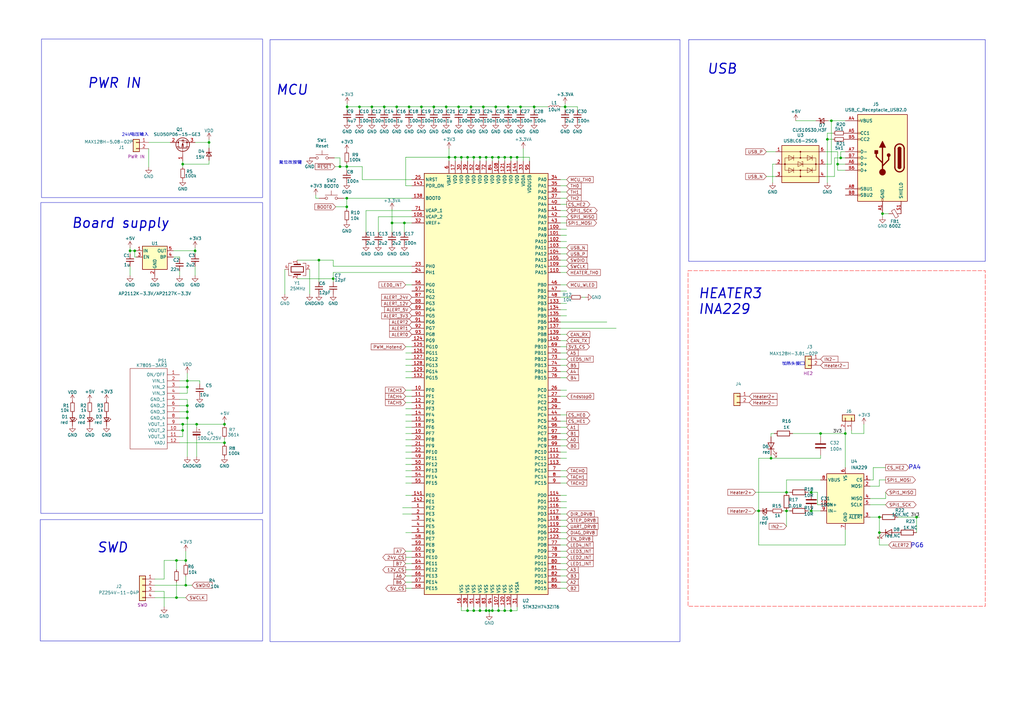
<source format=kicad_sch>
(kicad_sch (version 20250114) (generator "eeschema") (generator_version "9.0")
  (paper "A3")
  (rectangle (start 282.194 110.998) (end 404.114 248.666) (stroke (width 0) (type dash) (color 255 0 0 1)))
  (rectangle (start 16.51 213.106) (end 107.696 262.89))
  (rectangle (start 16.764 83.058) (end 107.696 210.566))
  (rectangle (start 17.018 16.002) (end 107.696 81.026))
  (rectangle (start 282.448 16.256) (end 404.114 107.188))
  (rectangle (start 110.744 16.256) (end 278.892 263.144))
  (text "Board supply" (at 29.21 93.98 0) (effects (font (size 4 4) (thickness 0.5) (italic yes)) (justify left bottom)))
  (text "HEATER3\nINA229" (at 286.258 129.286 0) (effects (font (size 4 4) (thickness 0.5) (italic yes)) (justify left bottom)))
  (text "复位改按键" (at 119.126 66.802 0) (effects (font (size 1.27 1.27))))
  (text "MCU" (at 113.03 39.37 0) (effects (font (size 4 4) (thickness 0.5) (italic yes)) (justify left bottom)))
  (text "PG6" (at 376.174 223.774 0) (effects (font (size 1.778 1.778) (thickness 0.2223))))
  (text "PA4" (at 375.158 191.77 0) (effects (font (size 1.778 1.778) (thickness 0.2223))))
  (text "USB" (at 289.814 30.734 0) (effects (font (size 4 4) (thickness 0.5) (italic yes)) (justify left bottom)))
  (text "加热头接口" (at 325.374 149.352 0) (effects (font (size 1.27 1.27) (thickness 0.1588))))
  (text "PWR IN\n" (at 35.687 36.576 0) (effects (font (size 4 4) (thickness 0.5) (italic yes)) (justify left bottom)))
  (text "24V电压输入" (at 55.499 55.372 0) (effects (font (size 1.27 1.27) (thickness 0.1588))))
  (text "SWD" (at 39.624 227.076 0) (effects (font (size 4 4) (thickness 0.5) (italic yes)) (justify left bottom)))
  (junction (at 322.58 201.93))
  (junction (at 231.775 43.815))
  (junction (at 74.93 176.53))
  (junction (at 92.075 173.99))
  (junction (at 212.09 64.516))
  (junction (at 199.39 64.516))
  (junction (at 207.01 64.516))
  (junction (at 196.85 250.444))
  (junction (at 184.15 64.516))
  (junction (at 139.446 68.326))
  (junction (at 343.535 67.31))
  (junction (at 219.075 43.815))
  (junction (at 204.47 250.444))
  (junction (at 74.93 67.31))
  (junction (at 200.66 250.444))
  (junction (at 208.407 43.815))
  (junction (at 76.835 168.91))
  (junction (at 194.31 64.516))
  (junction (at 199.39 250.444))
  (junction (at 147.447 43.815))
  (junction (at 332.74 201.93))
  (junction (at 72.39 229.87))
  (junction (at 207.01 250.444))
  (junction (at 311.15 209.55))
  (junction (at 360.68 218.44))
  (junction (at 72.39 245.11))
  (junction (at 142.24 81.28))
  (junction (at 201.93 64.516))
  (junction (at 142.367 43.815))
  (junction (at 142.24 68.326))
  (junction (at 85.725 58.42))
  (junction (at 130.81 106.68))
  (junction (at 55.245 102.87))
  (junction (at 167.767 43.815))
  (junction (at 80.01 102.87))
  (junction (at 346.71 177.8))
  (junction (at 76.835 156.21))
  (junction (at 339.344 57.15))
  (junction (at 53.34 102.87))
  (junction (at 209.55 250.444))
  (junction (at 340.995 49.53))
  (junction (at 76.2 229.87))
  (junction (at 336.55 177.8))
  (junction (at 92.075 181.61))
  (junction (at 177.927 43.815))
  (junction (at 344.805 64.77))
  (junction (at 361.95 87.63))
  (junction (at 360.68 212.09))
  (junction (at 332.74 209.55))
  (junction (at 213.487 43.815))
  (junction (at 191.77 64.516))
  (junction (at 136.652 114.3))
  (junction (at 142.24 84.836))
  (junction (at 76.835 158.75))
  (junction (at 183.007 43.815))
  (junction (at 76.835 171.45))
  (junction (at 165.862 91.44))
  (junction (at 316.23 187.96))
  (junction (at 172.847 43.815))
  (junction (at 198.247 43.815))
  (junction (at 375.92 212.09))
  (junction (at 201.93 250.444))
  (junction (at 80.645 173.99))
  (junction (at 322.58 209.55))
  (junction (at 74.93 173.99))
  (junction (at 189.23 64.516))
  (junction (at 196.85 64.516))
  (junction (at 160.782 91.44))
  (junction (at 191.77 250.444))
  (junction (at 188.087 43.815))
  (junction (at 193.167 43.815))
  (junction (at 186.69 64.516))
  (junction (at 203.327 43.815))
  (junction (at 209.55 64.516))
  (junction (at 157.607 43.815))
  (junction (at 152.527 43.815))
  (junction (at 204.47 64.516))
  (junction (at 194.31 250.444))
  (junction (at 76.2 240.03))
  (junction (at 76.835 166.37))
  (junction (at 162.687 43.815))
  (wire (pts (xy 166.37 162.56) (xy 168.91 162.56)))
  (wire (pts (xy 229.87 91.44) (xy 232.41 91.44)))
  (wire (pts (xy 166.37 170.18) (xy 168.91 170.18)))
  (wire (pts (xy 229.87 220.98) (xy 232.41 220.98)))
  (wire (pts (xy 76.835 171.45) (xy 76.835 187.325)))
  (wire (pts (xy 168.91 111.76) (xy 136.652 111.76)))
  (wire (pts (xy 166.37 175.26) (xy 168.91 175.26)))
  (wire (pts (xy 358.14 196.85) (xy 358.14 191.77)))
  (wire (pts (xy 336.55 177.8) (xy 336.55 179.07)))
  (wire (pts (xy 191.77 64.516) (xy 191.77 66.04)))
  (wire (pts (xy 199.39 250.444) (xy 200.66 250.444)))
  (wire (pts (xy 166.37 226.06) (xy 168.91 226.06)))
  (wire (pts (xy 172.847 43.815) (xy 177.927 43.815)))
  (wire (pts (xy 377.19 212.09) (xy 375.92 212.09)))
  (wire (pts (xy 136.652 106.68) (xy 136.652 109.22)))
  (wire (pts (xy 232.41 231.14) (xy 229.87 231.14)))
  (wire (pts (xy 191.77 250.444) (xy 194.31 250.444)))
  (wire (pts (xy 184.15 60.96) (xy 184.15 64.516)))
  (wire (pts (xy 232.41 152.4) (xy 229.87 152.4)))
  (wire (pts (xy 74.93 176.53) (xy 74.93 173.99)))
  (wire (pts (xy 229.87 88.9) (xy 232.41 88.9)))
  (wire (pts (xy 76.835 153.035) (xy 76.835 156.21)))
  (wire (pts (xy 343.535 62.23) (xy 343.535 67.31)))
  (wire (pts (xy 199.39 64.516) (xy 199.39 66.04)))
  (wire (pts (xy 331.47 209.55) (xy 332.74 209.55)))
  (wire (pts (xy 85.725 58.42) (xy 85.725 60.706)))
  (wire (pts (xy 166.37 160.02) (xy 168.91 160.02)))
  (wire (pts (xy 201.93 64.516) (xy 199.39 64.516)))
  (wire (pts (xy 232.41 223.52) (xy 229.87 223.52)))
  (wire (pts (xy 142.367 42.545) (xy 142.367 43.815)))
  (wire (pts (xy 150.114 86.36) (xy 150.114 95.25)))
  (wire (pts (xy 318.135 67.31) (xy 316.865 67.31)))
  (wire (pts (xy 168.91 86.36) (xy 150.114 86.36)))
  (wire (pts (xy 217.17 66.04) (xy 217.17 64.516)))
  (wire (pts (xy 81.915 157.48) (xy 81.915 156.21)))
  (wire (pts (xy 166.37 152.4) (xy 168.91 152.4)))
  (wire (pts (xy 229.87 116.84) (xy 232.41 116.84)))
  (wire (pts (xy 168.91 73.66) (xy 148.59 73.66)))
  (wire (pts (xy 340.995 49.53) (xy 340.995 67.31)))
  (wire (pts (xy 316.23 186.69) (xy 316.23 187.96)))
  (wire (pts (xy 67.31 242.57) (xy 67.31 248.92)))
  (wire (pts (xy 137.414 68.326) (xy 139.446 68.326)))
  (wire (pts (xy 55.245 105.41) (xy 55.245 102.87)))
  (wire (pts (xy 142.24 84.836) (xy 142.24 85.852)))
  (wire (pts (xy 325.12 177.8) (xy 336.55 177.8)))
  (wire (pts (xy 212.09 250.444) (xy 209.55 250.444)))
  (wire (pts (xy 76.835 161.29) (xy 76.835 158.75)))
  (wire (pts (xy 166.37 177.8) (xy 168.91 177.8)))
  (wire (pts (xy 60.96 60.96) (xy 60.96 68.58)))
  (wire (pts (xy 322.58 215.9) (xy 322.58 209.55)))
  (wire (pts (xy 335.28 201.93) (xy 335.28 207.01)))
  (wire (pts (xy 142.367 43.815) (xy 142.367 45.085)))
  (wire (pts (xy 73.66 105.41) (xy 73.66 106.045)))
  (wire (pts (xy 166.37 231.14) (xy 168.91 231.14)))
  (wire (pts (xy 339.344 57.15) (xy 341.63 57.15)))
  (wire (pts (xy 232.41 193.04) (xy 229.87 193.04)))
  (wire (pts (xy 201.93 248.92) (xy 201.93 250.444)))
  (wire (pts (xy 72.39 229.87) (xy 72.39 233.68)))
  (wire (pts (xy 229.87 139.7) (xy 232.41 139.7)))
  (wire (pts (xy 209.55 250.444) (xy 207.01 250.444)))
  (wire (pts (xy 229.87 203.2) (xy 232.41 203.2)))
  (wire (pts (xy 208.407 43.815) (xy 213.487 43.815)))
  (wire (pts (xy 73.66 111.125) (xy 73.66 113.03)))
  (wire (pts (xy 157.607 45.085) (xy 157.607 43.815)))
  (wire (pts (xy 92.075 181.61) (xy 92.075 182.245)))
  (wire (pts (xy 229.87 78.74) (xy 232.41 78.74)))
  (wire (pts (xy 80.01 101.6) (xy 80.01 102.87)))
  (wire (pts (xy 344.805 64.77) (xy 342.265 64.77)))
  (wire (pts (xy 229.87 175.26) (xy 232.41 175.26)))
  (wire (pts (xy 229.87 86.36) (xy 232.41 86.36)))
  (wire (pts (xy 209.55 64.516) (xy 209.55 66.04)))
  (wire (pts (xy 166.37 64.516) (xy 184.15 64.516)))
  (wire (pts (xy 142.24 67.056) (xy 142.24 68.326)))
  (wire (pts (xy 343.535 69.85) (xy 346.71 69.85)))
  (wire (pts (xy 229.87 187.96) (xy 232.41 187.96)))
  (wire (pts (xy 346.71 217.17) (xy 346.71 223.52)))
  (wire (pts (xy 229.87 144.78) (xy 232.41 144.78)))
  (wire (pts (xy 186.69 64.516) (xy 186.69 66.04)))
  (wire (pts (xy 85.725 57.15) (xy 85.725 58.42)))
  (wire (pts (xy 72.39 229.87) (xy 76.2 229.87)))
  (wire (pts (xy 309.88 201.93) (xy 322.58 201.93)))
  (wire (pts (xy 189.23 64.516) (xy 186.69 64.516)))
  (wire (pts (xy 172.847 45.085) (xy 172.847 43.815)))
  (wire (pts (xy 76.2 240.03) (xy 78.74 240.03)))
  (wire (pts (xy 336.55 186.69) (xy 336.55 187.96)))
  (wire (pts (xy 160.782 85.852) (xy 160.782 91.44)))
  (wire (pts (xy 177.927 43.815) (xy 183.007 43.815)))
  (wire (pts (xy 229.87 109.22) (xy 232.41 109.22)))
  (wire (pts (xy 201.93 250.444) (xy 200.66 250.444)))
  (wire (pts (xy 229.87 99.06) (xy 232.41 99.06)))
  (wire (pts (xy 92.075 173.99) (xy 80.645 173.99)))
  (wire (pts (xy 375.92 212.09) (xy 375.92 218.44)))
  (wire (pts (xy 196.85 64.516) (xy 196.85 66.04)))
  (wire (pts (xy 229.87 121.92) (xy 233.68 121.92)))
  (wire (pts (xy 214.63 60.96) (xy 214.63 66.04)))
  (wire (pts (xy 76.2 236.22) (xy 76.2 240.03)))
  (wire (pts (xy 361.95 87.63) (xy 361.95 88.9)))
  (wire (pts (xy 204.47 64.516) (xy 201.93 64.516)))
  (wire (pts (xy 346.71 177.8) (xy 346.71 191.77)))
  (wire (pts (xy 194.31 248.92) (xy 194.31 250.444)))
  (wire (pts (xy 148.59 68.326) (xy 142.24 68.326)))
  (wire (pts (xy 194.31 250.444) (xy 196.85 250.444)))
  (wire (pts (xy 229.87 162.56) (xy 232.41 162.56)))
  (wire (pts (xy 229.87 147.32) (xy 232.41 147.32)))
  (wire (pts (xy 166.37 182.88) (xy 168.91 182.88)))
  (wire (pts (xy 346.71 223.52) (xy 311.15 223.52)))
  (wire (pts (xy 74.93 173.99) (xy 73.66 173.99)))
  (wire (pts (xy 356.87 199.39) (xy 360.68 199.39)))
  (wire (pts (xy 139.446 64.77) (xy 139.446 68.326)))
  (wire (pts (xy 335.28 207.01) (xy 336.55 207.01)))
  (wire (pts (xy 127 120.65) (xy 127 110.49)))
  (wire (pts (xy 140.97 81.28) (xy 142.24 81.28)))
  (wire (pts (xy 229.87 215.9) (xy 232.41 215.9)))
  (wire (pts (xy 186.69 64.516) (xy 184.15 64.516)))
  (wire (pts (xy 196.85 248.92) (xy 196.85 250.444)))
  (wire (pts (xy 76.835 156.21) (xy 81.915 156.21)))
  (wire (pts (xy 341.63 54.61) (xy 339.344 54.61)))
  (wire (pts (xy 166.37 76.2) (xy 166.37 64.516)))
  (wire (pts (xy 229.87 132.08) (xy 248.92 132.08)))
  (wire (pts (xy 363.22 204.47) (xy 363.22 201.93)))
  (wire (pts (xy 166.37 233.68) (xy 168.91 233.68)))
  (wire (pts (xy 338.455 72.39) (xy 342.265 72.39)))
  (wire (pts (xy 336.55 177.8) (xy 346.71 177.8)))
  (wire (pts (xy 148.59 73.66) (xy 148.59 68.326)))
  (wire (pts (xy 314.325 62.23) (xy 318.135 62.23)))
  (wire (pts (xy 349.25 177.8) (xy 354.33 177.8)))
  (wire (pts (xy 142.24 84.836) (xy 142.24 81.28)))
  (wire (pts (xy 229.87 101.6) (xy 232.41 101.6)))
  (wire (pts (xy 80.645 173.99) (xy 80.645 175.26)))
  (wire (pts (xy 316.23 179.07) (xy 316.23 177.8)))
  (wire (pts (xy 189.23 64.516) (xy 189.23 66.04)))
  (wire (pts (xy 209.55 64.516) (xy 207.01 64.516)))
  (wire (pts (xy 191.77 248.92) (xy 191.77 250.444)))
  (wire (pts (xy 207.01 248.92) (xy 207.01 250.444)))
  (wire (pts (xy 183.007 43.815) (xy 188.087 43.815)))
  (wire (pts (xy 201.93 64.516) (xy 201.93 66.04)))
  (wire (pts (xy 231.775 42.545) (xy 231.775 43.815)))
  (wire (pts (xy 229.87 119.38) (xy 232.41 119.38)))
  (wire (pts (xy 204.47 248.92) (xy 204.47 250.444)))
  (wire (pts (xy 165.862 91.44) (xy 168.91 91.44)))
  (wire (pts (xy 360.68 223.52) (xy 360.68 218.44)))
  (wire (pts (xy 322.58 209.55) (xy 323.85 209.55)))
  (wire (pts (xy 177.927 45.085) (xy 177.927 43.815)))
  (wire (pts (xy 188.087 45.085) (xy 188.087 43.815)))
  (wire (pts (xy 332.74 209.55) (xy 336.55 209.55)))
  (wire (pts (xy 184.15 64.516) (xy 184.15 66.04)))
  (wire (pts (xy 342.265 64.77) (xy 342.265 72.39)))
  (wire (pts (xy 167.767 43.815) (xy 172.847 43.815)))
  (wire (pts (xy 80.645 180.34) (xy 80.645 187.325)))
  (wire (pts (xy 229.87 208.28) (xy 232.41 208.28)))
  (wire (pts (xy 204.47 250.444) (xy 201.93 250.444)))
  (wire (pts (xy 60.96 58.42) (xy 69.85 58.42)))
  (wire (pts (xy 343.535 67.31) (xy 343.535 69.85)))
  (wire (pts (xy 229.87 160.02) (xy 232.41 160.02)))
  (wire (pts (xy 147.447 43.815) (xy 152.527 43.815)))
  (wire (pts (xy 361.95 87.63) (xy 364.49 87.63)))
  (wire (pts (xy 142.24 68.326) (xy 142.24 69.85)))
  (wire (pts (xy 332.74 201.93) (xy 335.28 201.93)))
  (wire (pts (xy 92.075 174.625) (xy 92.075 173.99)))
  (wire (pts (xy 360.68 199.39) (xy 360.68 196.85)))
  (wire (pts (xy 232.41 228.6) (xy 229.87 228.6)))
  (wire (pts (xy 168.91 76.2) (xy 166.37 76.2)))
  (wire (pts (xy 232.41 236.22) (xy 229.87 236.22)))
  (wire (pts (xy 334.645 49.53) (xy 326.39 49.53)))
  (wire (pts (xy 356.87 212.09) (xy 360.68 212.09)))
  (wire (pts (xy 229.87 134.62) (xy 252.73 134.62)))
  (wire (pts (xy 166.37 190.5) (xy 168.91 190.5)))
  (wire (pts (xy 229.87 213.36) (xy 232.41 213.36)))
  (wire (pts (xy 116.84 120.65) (xy 116.84 110.49)))
  (wire (pts (xy 71.12 102.87) (xy 80.01 102.87)))
  (wire (pts (xy 368.3 212.09) (xy 375.92 212.09)))
  (wire (pts (xy 191.77 64.516) (xy 189.23 64.516)))
  (wire (pts (xy 198.247 45.085) (xy 198.247 43.815)))
  (wire (pts (xy 229.87 137.16) (xy 232.41 137.16)))
  (wire (pts (xy 166.37 149.86) (xy 168.91 149.86)))
  (wire (pts (xy 130.81 106.68) (xy 136.652 106.68)))
  (wire (pts (xy 360.68 223.52) (xy 364.49 223.52)))
  (wire (pts (xy 67.31 229.87) (xy 72.39 229.87)))
  (wire (pts (xy 338.455 67.31) (xy 340.995 67.31)))
  (wire (pts (xy 166.37 198.12) (xy 168.91 198.12)))
  (wire (pts (xy 316.23 187.96) (xy 311.15 187.96)))
  (wire (pts (xy 73.66 158.75) (xy 76.835 158.75)))
  (wire (pts (xy 71.12 105.41) (xy 73.66 105.41)))
  (wire (pts (xy 80.01 109.22) (xy 80.01 113.03)))
  (wire (pts (xy 232.41 149.86) (xy 229.87 149.86)))
  (wire (pts (xy 168.91 88.9) (xy 155.194 88.9)))
  (wire (pts (xy 189.23 250.444) (xy 191.77 250.444)))
  (wire (pts (xy 73.66 161.29) (xy 76.835 161.29)))
  (wire (pts (xy 129.54 81.28) (xy 130.81 81.28)))
  (wire (pts (xy 314.325 72.39) (xy 318.135 72.39)))
  (wire (pts (xy 136.652 109.22) (xy 168.91 109.22)))
  (wire (pts (xy 229.87 218.44) (xy 232.41 218.44)))
  (wire (pts (xy 229.87 127) (xy 232.41 127)))
  (wire (pts (xy 346.71 176.53) (xy 346.71 177.8)))
  (wire (pts (xy 73.66 166.37) (xy 76.835 166.37)))
  (wire (pts (xy 229.87 83.82) (xy 232.41 83.82)))
  (wire (pts (xy 166.37 167.64) (xy 168.91 167.64)))
  (wire (pts (xy 209.55 248.92) (xy 209.55 250.444)))
  (wire (pts (xy 76.835 158.75) (xy 76.835 156.21)))
  (wire (pts (xy 160.782 91.44) (xy 160.782 95.25)))
  (wire (pts (xy 232.41 233.68) (xy 229.87 233.68)))
  (wire (pts (xy 311.15 187.96) (xy 311.15 209.55)))
  (wire (pts (xy 166.37 187.96) (xy 168.91 187.96)))
  (wire (pts (xy 189.23 248.92) (xy 189.23 250.444)))
  (wire (pts (xy 229.87 93.98) (xy 232.41 93.98)))
  (wire (pts (xy 85.725 65.786) (xy 85.725 67.31)))
  (wire (pts (xy 73.66 156.21) (xy 76.835 156.21)))
  (wire (pts (xy 212.09 64.516) (xy 209.55 64.516)))
  (wire (pts (xy 229.87 205.74) (xy 232.41 205.74)))
  (wire (pts (xy 76.2 226.06) (xy 76.2 229.87)))
  (wire (pts (xy 73.66 179.07) (xy 74.93 179.07)))
  (wire (pts (xy 76.835 166.37) (xy 76.835 168.91)))
  (wire (pts (xy 92.075 179.705) (xy 92.075 181.61)))
  (wire (pts (xy 165.862 95.25) (xy 165.862 91.44)))
  (wire (pts (xy 121.92 106.68) (xy 130.81 106.68)))
  (wire (pts (xy 80.01 102.87) (xy 80.01 104.14)))
  (wire (pts (xy 199.39 248.92) (xy 199.39 250.444)))
  (wire (pts (xy 229.87 76.2) (xy 232.41 76.2)))
  (wire (pts (xy 73.66 176.53) (xy 74.93 176.53)))
  (wire (pts (xy 231.775 43.815) (xy 231.775 45.085)))
  (wire (pts (xy 331.47 201.93) (xy 332.74 201.93)))
  (wire (pts (xy 53.34 102.87) (xy 53.34 104.14)))
  (wire (pts (xy 199.39 64.516) (xy 196.85 64.516)))
  (wire (pts (xy 346.71 64.77) (xy 344.805 64.77)))
  (wire (pts (xy 309.88 209.55) (xy 311.15 209.55)))
  (wire (pts (xy 53.34 109.22) (xy 53.34 113.03)))
  (wire (pts (xy 157.607 43.815) (xy 162.687 43.815)))
  (wire (pts (xy 346.71 49.53) (xy 340.995 49.53)))
  (wire (pts (xy 183.007 45.085) (xy 183.007 43.815)))
  (wire (pts (xy 232.41 154.94) (xy 229.87 154.94)))
  (wire (pts (xy 73.66 163.83) (xy 76.835 163.83)))
  (wire (pts (xy 212.09 248.92) (xy 212.09 250.444)))
  (wire (pts (xy 360.68 218.44) (xy 360.68 212.09)))
  (wire (pts (xy 207.01 250.444) (xy 204.47 250.444)))
  (wire (pts (xy 236.855 43.815) (xy 236.855 45.085)))
  (wire (pts (xy 217.17 64.516) (xy 212.09 64.516)))
  (wire (pts (xy 316.23 177.8) (xy 317.5 177.8)))
  (wire (pts (xy 203.327 43.815) (xy 208.407 43.815)))
  (wire (pts (xy 72.39 238.76) (xy 72.39 245.11)))
  (wire (pts (xy 92.075 173.355) (xy 92.075 173.99)))
  (wire (pts (xy 152.527 45.085) (xy 152.527 43.815)))
  (wire (pts (xy 232.41 195.58) (xy 229.87 195.58)))
  (wire (pts (xy 142.24 81.28) (xy 168.91 81.28)))
  (wire (pts (xy 166.37 241.3) (xy 168.91 241.3)))
  (wire (pts (xy 316.23 187.96) (xy 336.55 187.96)))
  (wire (pts (xy 229.87 210.82) (xy 232.41 210.82)))
  (wire (pts (xy 344.805 62.23) (xy 344.805 64.77)))
  (wire (pts (xy 321.31 209.55) (xy 322.58 209.55)))
  (wire (pts (xy 166.37 165.1) (xy 168.91 165.1)))
  (wire (pts (xy 55.88 102.87) (xy 55.245 102.87)))
  (wire (pts (xy 229.87 104.14) (xy 232.41 104.14)))
  (wire (pts (xy 162.687 43.815) (xy 167.767 43.815)))
  (wire (pts (xy 358.14 191.77) (xy 363.22 191.77)))
  (wire (pts (xy 219.075 43.815) (xy 224.79 43.815)))
  (wire (pts (xy 136.652 111.76) (xy 136.652 114.3)))
  (wire (pts (xy 74.93 173.99) (xy 80.645 173.99)))
  (wire (pts (xy 76.835 163.83) (xy 76.835 166.37)))
  (wire (pts (xy 232.41 238.76) (xy 229.87 238.76)))
  (wire (pts (xy 322.58 196.85) (xy 322.58 201.93)))
  (wire (pts (xy 129.54 80.01) (xy 129.54 81.28)))
  (wire (pts (xy 162.687 45.085) (xy 162.687 43.815)))
  (wire (pts (xy 232.41 226.06) (xy 229.87 226.06)))
  (wire (pts (xy 238.76 121.92) (xy 240.03 121.92)))
  (wire (pts (xy 194.31 64.516) (xy 194.31 66.04)))
  (wire (pts (xy 166.37 172.72) (xy 168.91 172.72)))
  (wire (pts (xy 72.39 245.11) (xy 76.2 245.11)))
  (wire (pts (xy 213.487 43.815) (xy 219.075 43.815)))
  (wire (pts (xy 356.87 196.85) (xy 358.14 196.85)))
  (wire (pts (xy 130.81 115.57) (xy 130.81 106.68)))
  (wire (pts (xy 346.71 67.31) (xy 343.535 67.31)))
  (wire (pts (xy 55.88 105.41) (xy 55.245 105.41)))
  (wire (pts (xy 229.87 172.72) (xy 232.41 172.72)))
  (wire (pts (xy 198.247 43.815) (xy 203.327 43.815)))
  (wire (pts (xy 193.167 45.085) (xy 193.167 43.815)))
  (wire (pts (xy 212.09 66.04) (xy 212.09 64.516)))
  (wire (pts (xy 193.167 43.815) (xy 198.247 43.815)))
  (wire (pts (xy 229.87 106.68) (xy 232.41 106.68)))
  (wire (pts (xy 121.92 114.3) (xy 136.652 114.3)))
  (wire (pts (xy 73.66 171.45) (xy 76.835 171.45)))
  (wire (pts (xy 166.37 203.2) (xy 168.91 203.2)))
  (wire (pts (xy 74.93 66.04) (xy 74.93 67.31)))
  (wire (pts (xy 229.87 43.815) (xy 231.775 43.815)))
  (wire (pts (xy 166.37 185.42) (xy 168.91 185.42)))
  (wire (pts (xy 229.87 142.24) (xy 232.41 142.24)))
  (wire (pts (xy 167.767 45.085) (xy 167.767 43.815)))
  (wire (pts (xy 339.344 54.61) (xy 339.344 57.15)))
  (wire (pts (xy 165.1 210.82) (xy 168.91 210.82)))
  (wire (pts (xy 53.34 101.6) (xy 53.34 102.87)))
  (wire (pts (xy 204.47 64.516) (xy 204.47 66.04)))
  (wire (pts (xy 322.58 201.93) (xy 323.85 201.93)))
  (wire (pts (xy 231.775 43.815) (xy 236.855 43.815)))
  (wire (pts (xy 354.33 173.99) (xy 354.33 177.8)))
  (wire (pts (xy 165.1 208.28) (xy 168.91 208.28)))
  (wire (pts (xy 166.37 144.78) (xy 168.91 144.78)))
  (wire (pts (xy 360.68 196.85) (xy 363.22 196.85)))
  (wire (pts (xy 229.87 129.54) (xy 232.41 129.54)))
  (wire (pts (xy 67.31 237.49) (xy 67.31 229.87)))
  (wire (pts (xy 74.93 67.31) (xy 74.93 68.58)))
  (wire (pts (xy 208.407 43.815) (xy 208.407 45.085)))
  (wire (pts (xy 155.194 88.9) (xy 155.194 95.25)))
  (wire (pts (xy 63.5 237.49) (xy 67.31 237.49)))
  (wire (pts (xy 166.37 142.24) (xy 168.91 142.24)))
  (wire (pts (xy 200.66 250.444) (xy 200.66 251.714)))
  (wire (pts (xy 338.455 62.23) (xy 343.535 62.23)))
  (wire (pts (xy 219.075 43.815) (xy 219.075 45.085)))
  (wire (pts (xy 136.652 114.3) (xy 136.652 115.57)))
  (wire (pts (xy 229.87 185.42) (xy 232.41 185.42)))
  (wire (pts (xy 137.16 64.77) (xy 139.446 64.77)))
  (wire (pts (xy 356.87 207.01) (xy 363.22 207.01)))
  (wire (pts (xy 311.15 209.55) (xy 311.15 223.52)))
  (wire (pts (xy 137.668 84.836) (xy 142.24 84.836)))
  (wire (pts (xy 63.5 240.03) (xy 76.2 240.03)))
  (wire (pts (xy 142.367 43.815) (xy 147.447 43.815)))
  (wire (pts (xy 229.87 124.46) (xy 232.41 124.46)))
  (wire (pts (xy 165.862 91.44) (xy 160.782 91.44)))
  (wire (pts (xy 166.37 238.76) (xy 168.91 238.76)))
  (wire (pts (xy 229.87 111.76) (xy 232.41 111.76)))
  (wire (pts (xy 229.87 81.28) (xy 232.41 81.28)))
  (wire (pts (xy 203.327 43.815) (xy 203.327 45.085)))
  (wire (pts (xy 166.37 180.34) (xy 168.91 180.34)))
  (wire (pts (xy 232.41 198.12) (xy 229.87 198.12)))
  (wire (pts (xy 166.37 193.04) (xy 168.91 193.04)))
  (wire (pts (xy 73.66 168.91) (xy 76.835 168.91)))
  (wire (pts (xy 194.31 64.516) (xy 191.77 64.516)))
  (wire (pts (xy 166.37 218.44) (xy 168.91 218.44)))
  (wire (pts (xy 213.487 43.815) (xy 213.487 45.085)))
  (wire (pts (xy 196.85 250.444) (xy 199.39 250.444)))
  (wire (pts (xy 166.37 154.94) (xy 168.91 154.94)))
  (wire (pts (xy 346.71 62.23) (xy 344.805 62.23)))
  (wire (pts (xy 356.87 204.47) (xy 363.22 204.47)))
  (wire (pts (xy 76.835 168.91) (xy 76.835 171.45)))
  (wire (pts (xy 229.87 73.66) (xy 232.41 73.66)))
  (wire (pts (xy 188.087 43.815) (xy 193.167 43.815)))
  (wire (pts (xy 229.87 180.34) (xy 232.41 180.34)))
  (wire (pts (xy 55.245 102.87) (xy 53.34 102.87)))
  (wire (pts (xy 166.37 147.32) (xy 168.91 147.32)))
  (wire (pts (xy 166.37 195.58) (xy 168.91 195.58)))
  (wire (pts (xy 229.87 170.18) (xy 232.41 170.18)))
  (wire (pts (xy 196.85 64.516) (xy 194.31 64.516)))
  (wire (pts (xy 73.66 181.61) (xy 92.075 181.61)))
  (wire (pts (xy 74.93 67.31) (xy 85.725 67.31)))
  (wire (pts (xy 229.87 96.52) (xy 232.41 96.52)))
  (wire (pts (xy 67.31 242.57) (xy 63.5 242.57)))
  (wire (pts (xy 232.41 241.3) (xy 229.87 241.3)))
  (wire (pts (xy 339.344 57.15) (xy 339.344 74.93)))
  (wire (pts (xy 349.25 176.53) (xy 349.25 177.8)))
  (wire (pts (xy 322.58 196.85) (xy 336.55 196.85)))
  (wire (pts (xy 76.2 229.87) (xy 76.2 231.14)))
  (wire (pts (xy 152.527 43.815) (xy 157.607 43.815)))
  (wire (pts (xy 207.01 64.516) (xy 204.47 64.516)))
  (wire (pts (xy 229.87 182.88) (xy 232.41 182.88)))
  (wire (pts (xy 139.446 68.326) (xy 142.24 68.326)))
  (wire (pts (xy 229.87 177.8) (xy 232.41 177.8)))
  (wire (pts (xy 166.37 236.22) (xy 168.91 236.22)))
  (wire (pts (xy 316.865 67.31) (xy 316.865 74.93)))
  (wire (pts (xy 147.447 45.085) (xy 147.447 43.815)))
  (wire (pts (xy 166.37 116.84) (xy 168.91 116.84)))
  (wire (pts (xy 339.725 49.53) (xy 340.995 49.53)))
  (wire (pts (xy 74.93 179.07) (xy 74.93 176.53)))
  (wire (pts (xy 166.37 228.6) (xy 168.91 228.6)))
  (wire (pts (xy 207.01 64.516) (xy 207.01 66.04)))
  (wire (pts (xy 63.5 245.11) (xy 72.39 245.11)))
  (wire (pts (xy 80.01 58.42) (xy 85.725 58.42)))
  (label "3V3" (at 377.19 212.09 180))
  (label "3V3" (at 341.63 177.8 0))
  (global_label "A0" (shape input) (at 232.41 180.34 0) (property "Intersheetrefs" "${INTERSHEET_REFS}" (effects (hide yes))))
  (global_label "CS_HE2" (shape output) (at 232.41 83.82 0) (property "Intersheetrefs" "${INTERSHEET_REFS}" (effects (hide yes))))
  (global_label "ALERT_3V3" (shape input) (at 168.91 129.54 180) (property "Intersheetrefs" "${INTERSHEET_REFS}" (effects (hide yes))))
  (global_label "STEP_DRV8" (shape input) (at 232.41 213.36 0) (property "Intersheetrefs" "${INTERSHEET_REFS}" (effects (hide yes))))
  (global_label "B1" (shape input) (at 232.41 177.8 0) (property "Intersheetrefs" "${INTERSHEET_REFS}" (effects (hide yes))))
  (global_label "HEATER_TH0" (shape input) (at 232.41 111.76 0) (property "Intersheetrefs" "${INTERSHEET_REFS}" (effects (hide yes))))
  (global_label "ALERT1" (shape input) (at 168.91 134.62 180) (property "Intersheetrefs" "${INTERSHEET_REFS}" (effects (hide yes))))
  (global_label "Heater2-" (shape input) (at 309.88 209.55 180) (property "Intersheetrefs" "${INTERSHEET_REFS}" (effects (hide yes))))
  (global_label "ALERT_5V" (shape input) (at 168.91 127 180) (property "Intersheetrefs" "${INTERSHEET_REFS}" (effects (hide yes))))
  (global_label "24V_CS" (shape output) (at 166.37 228.6 180) (property "Intersheetrefs" "${INTERSHEET_REFS}" (effects (hide yes))))
  (global_label "A4" (shape input) (at 232.41 152.4 0) (property "Intersheetrefs" "${INTERSHEET_REFS}" (effects (hide yes))))
  (global_label "UART_DRV8" (shape input) (at 232.41 215.9 0) (property "Intersheetrefs" "${INTERSHEET_REFS}" (effects (hide yes))))
  (global_label "TACH1" (shape input) (at 232.41 195.58 0) (property "Intersheetrefs" "${INTERSHEET_REFS}" (effects (hide yes))))
  (global_label "TH0" (shape input) (at 232.41 76.2 0) (property "Intersheetrefs" "${INTERSHEET_REFS}" (effects (hide yes))))
  (global_label "A5" (shape input) (at 232.41 144.78 0) (property "Intersheetrefs" "${INTERSHEET_REFS}" (effects (hide yes))))
  (global_label "A1" (shape input) (at 232.41 175.26 0) (property "Intersheetrefs" "${INTERSHEET_REFS}" (effects (hide yes))))
  (global_label "A6" (shape input) (at 166.37 236.22 180) (property "Intersheetrefs" "${INTERSHEET_REFS}" (effects (hide yes))))
  (global_label "LED3_INT" (shape input) (at 232.41 226.06 0) (property "Intersheetrefs" "${INTERSHEET_REFS}" (effects (hide yes))))
  (global_label "B2" (shape input) (at 232.41 241.3 0) (property "Intersheetrefs" "${INTERSHEET_REFS}" (effects (hide yes))))
  (global_label "3V3_CS" (shape output) (at 232.41 142.24 0) (property "Intersheetrefs" "${INTERSHEET_REFS}" (effects (hide yes))))
  (global_label "A2" (shape input) (at 232.41 238.76 0) (property "Intersheetrefs" "${INTERSHEET_REFS}" (effects (hide yes))))
  (global_label "LED2_INT" (shape input) (at 232.41 228.6 0) (property "Intersheetrefs" "${INTERSHEET_REFS}" (effects (hide yes))))
  (global_label "Endstop0" (shape input) (at 232.41 162.56 0) (property "Intersheetrefs" "${INTERSHEET_REFS}" (effects (hide yes))))
  (global_label "SPI1_SCK" (shape bidirectional) (at 363.22 207.01 0) (property "Intersheetrefs" "${INTERSHEET_REFS}" (effects (hide yes))))
  (global_label "DIAG_DRV8" (shape input) (at 232.41 218.44 0) (property "Intersheetrefs" "${INTERSHEET_REFS}" (effects (hide yes))))
  (global_label "B5" (shape input) (at 232.41 149.86 0) (property "Intersheetrefs" "${INTERSHEET_REFS}" (effects (hide yes))))
  (global_label "5V_CS" (shape output) (at 166.37 241.3 180) (property "Intersheetrefs" "${INTERSHEET_REFS}" (effects (hide yes))))
  (global_label "LED1_INT" (shape input) (at 232.41 231.14 0) (property "Intersheetrefs" "${INTERSHEET_REFS}" (effects (hide yes))))
  (global_label "TACH4" (shape input) (at 166.37 162.56 180) (property "Intersheetrefs" "${INTERSHEET_REFS}" (effects (hide yes))))
  (global_label "A3" (shape input) (at 232.41 233.68 0) (property "Intersheetrefs" "${INTERSHEET_REFS}" (effects (hide yes))))
  (global_label "LED0_INT" (shape input) (at 166.37 116.84 180) (property "Intersheetrefs" "${INTERSHEET_REFS}" (effects (hide yes))))
  (global_label "TH2" (shape input) (at 232.41 81.28 0) (property "Intersheetrefs" "${INTERSHEET_REFS}" (effects (hide yes))))
  (global_label "TACH3" (shape input) (at 166.37 160.02 180) (property "Intersheetrefs" "${INTERSHEET_REFS}" (effects (hide yes))))
  (global_label "ALERT2" (shape input) (at 364.49 223.52 0) (property "Intersheetrefs" "${INTERSHEET_REFS}" (effects (hide yes))))
  (global_label "CS_HE0" (shape output) (at 232.41 170.18 0) (property "Intersheetrefs" "${INTERSHEET_REFS}" (effects (hide yes))))
  (global_label "SWCLK" (shape input) (at 76.2 245.11 0) (property "Intersheetrefs" "${INTERSHEET_REFS}" (effects (hide yes))))
  (global_label "CAN_TX" (shape input) (at 232.41 139.7 0) (property "Intersheetrefs" "${INTERSHEET_REFS}" (effects (hide yes))))
  (global_label "CS_HE2" (shape output) (at 363.22 191.77 0) (property "Intersheetrefs" "${INTERSHEET_REFS}" (effects (hide yes))))
  (global_label "A7" (shape input) (at 166.37 226.06 180) (property "Intersheetrefs" "${INTERSHEET_REFS}" (effects (hide yes))))
  (global_label "ALERT_12V" (shape input) (at 168.91 124.46 180) (property "Intersheetrefs" "${INTERSHEET_REFS}" (effects (hide yes))))
  (global_label "CS_HE1" (shape output) (at 232.41 172.72 0) (property "Intersheetrefs" "${INTERSHEET_REFS}" (effects (hide yes))))
  (global_label "PWM_Hotend" (shape input) (at 166.37 142.24 180) (property "Intersheetrefs" "${INTERSHEET_REFS}" (effects (hide yes))))
  (global_label "ALERT_24V" (shape input) (at 168.91 121.92 180) (property "Intersheetrefs" "${INTERSHEET_REFS}" (effects (hide yes))))
  (global_label "TACH0" (shape input) (at 232.41 193.04 0) (property "Intersheetrefs" "${INTERSHEET_REFS}" (effects (hide yes))))
  (global_label "USB_P" (shape input) (at 314.325 62.23 180) (property "Intersheetrefs" "${INTERSHEET_REFS}" (effects (hide yes))))
  (global_label "ALERT0" (shape input) (at 168.91 137.16 180) (property "Intersheetrefs" "${INTERSHEET_REFS}" (effects (hide yes))))
  (global_label "LED5_INT" (shape input) (at 232.41 147.32 0) (property "Intersheetrefs" "${INTERSHEET_REFS}" (effects (hide yes))))
  (global_label "Heater2-" (shape input) (at 307.34 165.1 0) (property "Intersheetrefs" "${INTERSHEET_REFS}" (effects (hide yes))))
  (global_label "SPI1_SCK" (shape bidirectional) (at 232.41 86.36 0) (property "Intersheetrefs" "${INTERSHEET_REFS}" (effects (hide yes))))
  (global_label "B3" (shape input) (at 232.41 236.22 0) (property "Intersheetrefs" "${INTERSHEET_REFS}" (effects (hide yes))))
  (global_label "USB_N" (shape input) (at 232.41 101.6 0) (property "Intersheetrefs" "${INTERSHEET_REFS}" (effects (hide yes))))
  (global_label "B0" (shape input) (at 232.41 182.88 0) (property "Intersheetrefs" "${INTERSHEET_REFS}" (effects (hide yes))))
  (global_label "EN_DRV8" (shape input) (at 232.41 220.98 0) (property "Intersheetrefs" "${INTERSHEET_REFS}" (effects (hide yes))))
  (global_label "LED4_INT" (shape input) (at 232.41 223.52 0) (property "Intersheetrefs" "${INTERSHEET_REFS}" (effects (hide yes))))
  (global_label "SPI1_MOSI" (shape output) (at 363.22 196.85 0) (property "Intersheetrefs" "${INTERSHEET_REFS}" (effects (hide yes))))
  (global_label "DIR_DRV8" (shape input) (at 232.41 210.82 0) (property "Intersheetrefs" "${INTERSHEET_REFS}" (effects (hide yes))))
  (global_label "TH1" (shape input) (at 232.41 78.74 0) (property "Intersheetrefs" "${INTERSHEET_REFS}" (effects (hide yes))))
  (global_label "ALERT2" (shape input) (at 168.91 132.08 180) (property "Intersheetrefs" "${INTERSHEET_REFS}" (effects (hide yes))))
  (global_label "SWCLK" (shape input) (at 232.41 109.22 0) (property "Intersheetrefs" "${INTERSHEET_REFS}" (effects (hide yes))))
  (global_label "IN2-" (shape input) (at 322.58 215.9 180) (property "Intersheetrefs" "${INTERSHEET_REFS}" (effects (hide yes))))
  (global_label "SPI1_MISO" (shape input) (at 232.41 88.9 0) (property "Intersheetrefs" "${INTERSHEET_REFS}" (effects (hide yes))))
  (global_label "IN2-" (shape input) (at 336.55 147.32 0) (property "Intersheetrefs" "${INTERSHEET_REFS}" (effects (hide yes))))
  (global_label "12V_CS" (shape output) (at 166.37 233.68 180) (property "Intersheetrefs" "${INTERSHEET_REFS}" (effects (hide yes))))
  (global_label "MCU_WLED" (shape input) (at 232.41 116.84 0) (property "Intersheetrefs" "${INTERSHEET_REFS}" (effects (hide yes))))
  (global_label "SWDIO" (shape input) (at 78.74 240.03 0) (property "Intersheetrefs" "${INTERSHEET_REFS}" (effects (hide yes))))
  (global_label "SPI1_MOSI" (shape output) (at 232.41 91.44 0) (property "Intersheetrefs" "${INTERSHEET_REFS}" (effects (hide yes))))
  (global_label "SPI1_MISO" (shape input) (at 363.22 201.93 0) (property "Intersheetrefs" "${INTERSHEET_REFS}" (effects (hide yes))))
  (global_label "BOOT0" (shape input) (at 137.668 84.836 180) (property "Intersheetrefs" "${INTERSHEET_REFS}" (effects (hide yes))))
  (global_label "SWDIO" (shape input) (at 232.41 106.68 0) (property "Intersheetrefs" "${INTERSHEET_REFS}" (effects (hide yes))))
  (global_label "~{RESET}" (shape input) (at 137.414 68.326 180) (property "Intersheetrefs" "${INTERSHEET_REFS}" (effects (hide yes))))
  (global_label "TACH2" (shape input) (at 232.41 198.12 0) (property "Intersheetrefs" "${INTERSHEET_REFS}" (effects (hide yes))))
  (global_label "B6" (shape input) (at 166.37 238.76 180) (property "Intersheetrefs" "${INTERSHEET_REFS}" (effects (hide yes))))
  (global_label "CAN_RX" (shape input) (at 232.41 137.16 0) (property "Intersheetrefs" "${INTERSHEET_REFS}" (effects (hide yes))))
  (global_label "Heater2+" (shape input) (at 307.34 162.56 0) (property "Intersheetrefs" "${INTERSHEET_REFS}" (effects (hide yes))))
  (global_label "MCU_TH0" (shape input) (at 232.41 73.66 0) (property "Intersheetrefs" "${INTERSHEET_REFS}" (effects (hide yes))))
  (global_label "USB_P" (shape input) (at 232.41 104.14 0) (property "Intersheetrefs" "${INTERSHEET_REFS}" (effects (hide yes))))
  (global_label "B7" (shape input) (at 166.37 231.14 180) (property "Intersheetrefs" "${INTERSHEET_REFS}" (effects (hide yes))))
  (global_label "USB_N" (shape input) (at 314.325 72.39 180) (property "Intersheetrefs" "${INTERSHEET_REFS}" (effects (hide yes))))
  (global_label "TACH5" (shape input) (at 166.37 165.1 180) (property "Intersheetrefs" "${INTERSHEET_REFS}" (effects (hide yes))))
  (global_label "Heater2+" (shape input) (at 309.88 201.93 180) (property "Intersheetrefs" "${INTERSHEET_REFS}" (effects (hide yes))))
  (global_label "Heater2-" (shape input) (at 336.55 149.86 0) (property "Intersheetrefs" "${INTERSHEET_REFS}" (effects (hide yes))))
  (global_label "B4" (shape input) (at 232.41 154.94 0) (property "Intersheetrefs" "${INTERSHEET_REFS}" (effects (hide yes))))
  (symbol (lib_id "Device:Q_PMOS_GDS") (at 74.93 60.96 90) (unit 1)
    (property "Reference" "Q1" (at 73.66 53.086 90))
    (property "Value" "SUD50P06-15-GE3" (at 72.644 55.118 90))
    (property "Footprint" "Package_TO_SOT_SMD:TO-252-2" (effects (hide yes)))
    (property "LCSC#" "C141584" (effects (hide yes)))
    (property "MFG#" "SUD50P06-15-GE3" (effects (hide yes)))
  )
  (symbol (lib_id "Device:D_Zener_Small") (at 85.725 63.246 90) (mirror x) (unit 1)
    (property "Reference" "D4" (at 83.947 62.0776 90) (effects (justify left)))
    (property "Value" "15V" (at 83.947 64.389 90) (effects (justify left)))
    (property "Footprint" "Diode_SMD:D_SOD-123" (effects (hide yes)))
    (property "LCSC" "C177014" (effects (hide yes)))
  )
  (symbol (lib_id "Device:R_Small") (at 74.93 71.12 0) (mirror y) (unit 1)
    (property "Reference" "R5" (at 77.724 70.358 0))
    (property "Value" "100k" (at 78.232 72.136 0))
    (property "Footprint" "Resistor_SMD:R_0603_1608Metric" (effects (hide yes)))
    (property "LCSC" "C14675" (effects (hide yes)))
    (property "MFG" "RC0603FR-07100KL" (effects (hide yes)))
  )
  (symbol (lib_id "power:GND") (at 74.93 73.66 0) (mirror y) (unit 1)
    (property "Reference" "#PWR013" (effects (hide yes)))
    (property "Value" "GND" (at 74.93 77.47 0))
  )
  (symbol (lib_id "power:GND") (at 60.96 68.58 0) (mirror y) (unit 1)
    (property "Reference" "#PWR09" (effects (hide yes)))
    (property "Value" "GND" (at 60.96 72.39 0))
  )
  (symbol (lib_id "power:GND") (at 63.5 113.03 0) (mirror y) (unit 1)
    (property "Reference" "#PWR010" (effects (hide yes)))
    (property "Value" "GND" (at 63.5 116.84 0))
  )
  (symbol (lib_id "power:+3.3V") (at 80.01 101.6 0) (mirror y) (unit 1)
    (property "Reference" "#PWR017" (effects (hide yes)))
    (property "Value" "+3V3" (at 80.01 97.79 0))
  )
  (symbol (lib_id "Device:C_Small") (at 155.194 97.79 0) (unit 1)
    (property "Reference" "C13" (at 155.194 95.885 0) (effects (justify left)))
    (property "Value" "2u2" (at 155.194 99.695 0) (effects (justify left)))
    (property "Footprint" "Capacitor_SMD:C_0603_1608Metric" (effects (hide yes)))
    (property "LCSC" "C99228" (effects (hide yes)))
    (property "MFG#" "0603B225K250NT" (effects (hide yes)))
  )
  (symbol (lib_id "power:+5V") (at 92.075 173.355 0) (mirror y) (unit 1)
    (property "Reference" "#PWR022" (effects (hide yes)))
    (property "Value" "+5V" (at 92.075 169.545 0))
  )
  (symbol (lib_id "Device:C_Small") (at 53.34 106.68 0) (mirror y) (unit 1)
    (property "Reference" "C1" (at 53.34 104.775 0) (effects (justify left)))
    (property "Value" "1u" (at 53.34 108.585 0) (effects (justify left)))
    (property "Footprint" "Capacitor_SMD:C_0603_1608Metric" (effects (hide yes)))
    (property "LCSC" "C76617" (effects (hide yes)))
    (property "MFG#" "C1608X7R1C105KT000N" (effects (hide yes)))
  )
  (symbol (lib_id "Device:C_Small") (at 231.775 47.625 0) (unit 1)
    (property "Reference" "C29" (at 231.775 45.72 0) (effects (justify left)))
    (property "Value" "2u2" (at 231.775 49.53 0) (effects (justify left)))
    (property "Footprint" "Capacitor_SMD:C_0603_1608Metric" (effects (hide yes)))
    (property "LCSC" "C99228" (effects (hide yes)))
    (property "MFG#" "0603B225K250NT" (effects (hide yes)))
  )
  (symbol (lib_id "power:GND") (at 231.775 50.165 0) (unit 1)
    (property "Reference" "#PWR059" (effects (hide yes)))
    (property "Value" "GND" (at 231.775 53.975 0))
  )
  (symbol (lib_id "Device:C_Small") (at 236.855 47.625 0) (unit 1)
    (property "Reference" "C30" (at 236.855 45.72 0) (effects (justify left)))
    (property "Value" "100n" (at 236.855 49.53 0) (effects (justify left)))
    (property "Footprint" "Capacitor_SMD:C_0603_1608Metric" (effects (hide yes)))
    (property "LCSC" "C83054" (effects (hide yes)))
    (property "MFG#" "C83054" (effects (hide yes)))
  )
  (symbol (lib_id "power:GND") (at 236.855 50.165 0) (unit 1)
    (property "Reference" "#PWR060" (effects (hide yes)))
    (property "Value" "GND" (at 236.855 53.975 0))
  )
  (symbol (lib_id "power:GND") (at 155.194 100.33 0) (unit 1)
    (property "Reference" "#PWR038" (effects (hide yes)))
    (property "Value" "GND" (at 155.194 104.14 0))
  )
  (symbol (lib_id "Device:C_Small") (at 80.01 106.68 0) (mirror y) (unit 1)
    (property "Reference" "C3" (at 80.01 104.775 0) (effects (justify left)))
    (property "Value" "2u2" (at 80.01 108.585 0) (effects (justify left)))
    (property "Footprint" "Capacitor_SMD:C_0603_1608Metric" (effects (hide yes)))
    (property "LCSC" "C86018" (effects (hide yes)))
    (property "MFG#" "GRM188R71A225KE15D" (effects (hide yes)))
  )
  (symbol (lib_id "Device:C_Small") (at 150.114 97.79 0) (unit 1)
    (property "Reference" "C11" (at 150.114 95.885 0) (effects (justify left)))
    (property "Value" "2u2" (at 150.114 99.695 0) (effects (justify left)))
    (property "Footprint" "Capacitor_SMD:C_0603_1608Metric" (effects (hide yes)))
    (property "LCSC" "C99228" (effects (hide yes)))
    (property "MFG#" "0603B225K250NT" (effects (hide yes)))
  )
  (symbol (lib_id "power:GND") (at 150.114 100.33 0) (unit 1)
    (property "Reference" "#PWR036" (effects (hide yes)))
    (property "Value" "GND" (at 150.114 104.14 0))
  )
  (symbol (lib_id "power:GND") (at 361.95 88.9 0) (mirror y) (unit 1)
    (property "Reference" "#PWR069" (effects (hide yes)))
    (property "Value" "GND" (at 361.95 92.71 0))
  )
  (symbol (lib_id "Device:C_Small") (at 142.367 47.625 0) (unit 1)
    (property "Reference" "C9" (at 142.367 45.72 0) (effects (justify left)))
    (property "Value" "4u7" (at 142.367 49.53 0) (effects (justify left)))
    (property "Footprint" "Capacitor_SMD:C_0603_1608Metric" (effects (hide yes)))
    (property "LCSC" "C108342" (effects (hide yes)))
    (property "MFG#" "0603B475K100NT" (effects (hide yes)))
  )
  (symbol (lib_id "Device:C_Small") (at 160.782 97.79 0) (unit 1)
    (property "Reference" "C15" (at 160.782 95.885 0) (effects (justify left)))
    (property "Value" "2u2" (at 160.782 99.695 0) (effects (justify left)))
    (property "Footprint" "Capacitor_SMD:C_0603_1608Metric" (effects (hide yes)))
    (property "LCSC" "C99228" (effects (hide yes)))
    (property "MFG#" "0603B225K250NT" (effects (hide yes)))
  )
  (symbol (lib_id "Device:R_Small") (at 92.075 184.785 0) (mirror x) (unit 1) (in_bom no)
    (property "Reference" "R8" (at 93.853 183.896 0) (effects (justify left)))
    (property "Value" "100k" (at 93.599 185.928 0) (effects (justify left)))
    (property "Footprint" "Resistor_SMD:R_0603_1608Metric" (effects (hide yes)))
    (property "LCSC" "C15458" (effects (hide yes)))
    (property "MFG" "0603WAJ0104T5E" (effects (hide yes)))
  )
  (symbol (lib_id "power:GND") (at 80.01 113.03 0) (mirror y) (unit 1)
    (property "Reference" "#PWR018" (effects (hide yes)))
    (property "Value" "GND" (at 80.01 116.84 0))
  )
  (symbol (lib_id "Device:C_Small") (at 142.24 72.39 0) (unit 1)
    (property "Reference" "C8" (at 142.24 70.485 0) (effects (justify left)))
    (property "Value" "100n" (at 142.24 74.295 0) (effects (justify left)))
    (property "Footprint" "Capacitor_SMD:C_0603_1608Metric" (effects (hide yes)))
    (property "LCSC" "C83054" (effects (hide yes)))
    (property "MFG#" "C83054" (effects (hide yes)))
  )
  (symbol (lib_id "power:GND") (at 142.24 74.93 0) (unit 1)
    (property "Reference" "#PWR031" (effects (hide yes)))
    (property "Value" "GND" (at 142.24 78.74 0))
  )
  (symbol (lib_id "power:GND") (at 53.34 113.03 0) (mirror y) (unit 1)
    (property "Reference" "#PWR08" (effects (hide yes)))
    (property "Value" "GND" (at 53.34 116.84 0))
  )
  (symbol (lib_id "power:GND") (at 160.782 100.33 0) (unit 1)
    (property "Reference" "#PWR041" (effects (hide yes)))
    (property "Value" "GND" (at 160.782 104.14 0))
  )
  (symbol (lib_id "power:GND") (at 92.075 187.325 0) (mirror y) (unit 1)
    (property "Reference" "#PWR023" (effects (hide yes)))
    (property "Value" "GND" (at 92.075 191.135 0))
  )
  (symbol (lib_id "Device:C_Small") (at 165.862 97.79 0) (unit 1)
    (property "Reference" "C17" (at 165.862 95.885 0) (effects (justify left)))
    (property "Value" "100n" (at 165.862 99.695 0) (effects (justify left)))
    (property "Footprint" "Capacitor_SMD:C_0603_1608Metric" (effects (hide yes)))
    (property "LCSC" "C83054" (effects (hide yes)))
    (property "MFG#" "C83054" (effects (hide yes)))
  )
  (symbol (lib_id "Device:C_Polarized_Small") (at 80.645 177.8 0) (mirror y) (unit 1)
    (property "Reference" "C4" (at 87.63 177.8 0) (effects (justify left)))
    (property "Value" "100u/25V" (at 90.805 179.705 0) (effects (justify left)))
    (property "Footprint" "Capacitor_THT:CP_Radial_D6.3mm_P2.50mm" (effects (hide yes)))
    (property "LCSC" "C472886" (effects (hide yes)))
    (property "MFG#" "25ZLG100MEFCT16.3X11" (effects (hide yes)))
  )
  (symbol (lib_id "power:GND") (at 165.862 100.33 0) (unit 1)
    (property "Reference" "#PWR043" (effects (hide yes)))
    (property "Value" "GND" (at 165.862 104.14 0))
  )
  (symbol (lib_id "Leviathan-rescue:R-745.0P-Regulator_Switching") (at 73.66 153.67 0) (mirror y) (unit 1)
    (property "Reference" "PS1" (at 68.58 147.955 0) (effects (justify left)))
    (property "Value" "K7805-3AR3" (at 68.58 149.86 0) (effects (justify left)))
    (property "Footprint" "Library:R7450P" (effects (hide yes)))
    (property "Datasheet" "https://www.recom-power.com/pdf/Innoline/R-7xxxP_D.pdf" (effects (hide yes)))
    (property "Description" "Recom Switching Regulator, 6.5  28V Input, 3  5.5V Output, 2A" (effects (hide yes)))
    (property "Height" "15.5" (effects (hide yes)))
    (property "Manufacturer_Name" "RECOM Power" (effects (hide yes)))
    (property "Manufacturer_Part_Number" "R-745.0P" (effects (hide yes)))
    (property "Mouser Part Number" "919-R-745.0P" (effects (hide yes)))
    (property "Mouser Price/Stock" "https://www.mouser.co.uk/ProductDetail/RECOM-Power/R-7450P?qs=YWgezujkI1LEo4N0DvTqgw%3D%3D" (effects (hide yes)))
    (property "Arrow Part Number" "R-745.0P" (effects (hide yes)))
    (property "Arrow Price/Stock" "https://www.arrow.com/en/products/r-745.0p/recom-power" (effects (hide yes)))
    (property "LCSC" "C2684867" (effects (hide yes)))
  )
  (symbol (lib_id "power:GND") (at 76.835 187.325 0) (mirror y) (unit 1)
    (property "Reference" "#PWR016" (effects (hide yes)))
    (property "Value" "GND" (at 76.835 191.135 0))
  )
  (symbol (lib_id "power:+3.3VA") (at 160.782 85.852 0) (unit 1)
    (property "Reference" "#PWR040" (effects (hide yes)))
    (property "Value" "+3.3VA" (at 160.782 82.296 0))
  )
  (symbol (lib_id "power:GND") (at 80.645 187.325 0) (mirror y) (unit 1)
    (property "Reference" "#PWR019" (effects (hide yes)))
    (property "Value" "GND" (at 80.645 191.135 0))
  )
  (symbol (lib_id "Device:R_Small") (at 142.24 64.516 180) (unit 1)
    (property "Reference" "R9" (at 147.066 63.5 0) (effects (justify left)))
    (property "Value" "100k" (at 148.082 65.532 0) (effects (justify left)))
    (property "Footprint" "Resistor_SMD:R_0603_1608Metric" (effects (hide yes)))
    (property "LCSC" "C25803" (effects (hide yes)))
    (property "MFG" "0603WAF1003T5E" (effects (hide yes)))
  )
  (symbol (lib_id "power:+3.3V") (at 142.24 61.976 0) (unit 1)
    (property "Reference" "#PWR030" (effects (hide yes)))
    (property "Value" "+3V3" (at 142.24 58.166 0))
  )
  (symbol (lib_id "Device:LED_Small") (at 43.688 172.085 270) (mirror x) (unit 1)
    (property "Reference" "D3" (at 41.91 170.9166 90) (effects (justify right)))
    (property "Value" "red" (at 41.91 173.228 90) (effects (justify right)))
    (property "Footprint" "LED_SMD:LED_0603_1608Metric" (effects (hide yes)))
    (property "LCSC" "C434419" (effects (hide yes)))
  )
  (symbol (lib_id "Device:R_Small") (at 43.688 167.005 180) (unit 1)
    (property "Reference" "R3" (at 42.418 166.37 0) (effects (justify left)))
    (property "Value" "1k" (at 42.418 168.275 0) (effects (justify left)))
    (property "Footprint" "Resistor_SMD:R_0603_1608Metric" (effects (hide yes)))
    (property "LCSC" "C14676" (effects (hide yes)))
    (property "MFG" "RC0603JR-071KL" (effects (hide yes)))
  )
  (symbol (lib_id "Device:C_Small") (at 81.915 160.02 0) (mirror y) (unit 1)
    (property "Reference" "C5" (at 86.995 158.115 0) (effects (justify left)))
    (property "Value" "10u" (at 85.725 161.925 0) (effects (justify left)))
    (property "Footprint" "Capacitor_SMD:C_1206_3216Metric" (effects (hide yes)))
    (property "LCSC" "C89632" (effects (hide yes)))
    (property "MFG#" "CL31B106KBHNNNE" (effects (hide yes)))
  )
  (symbol (lib_id "power:GND") (at 81.915 162.56 0) (mirror y) (unit 1)
    (property "Reference" "#PWR020" (effects (hide yes)))
    (property "Value" "GND" (at 81.915 166.37 0))
  )
  (symbol (lib_id "Device:R_Small") (at 92.075 177.165 0) (mirror x) (unit 1) (in_bom no)
    (property "Reference" "R7" (at 93.853 176.276 0) (effects (justify left)))
    (property "Value" "361k" (at 93.345 178.308 0) (effects (justify left)))
    (property "Footprint" "Resistor_SMD:R_0603_1608Metric" (effects (hide yes)))
    (property "LCSC" "C2108324" (effects (hide yes)))
    (property "MFG" "MCT06030C3613FP500" (effects (hide yes)))
  )
  (symbol (lib_id "power:GND") (at 43.688 174.625 0) (mirror y) (unit 1)
    (property "Reference" "#PWR06" (effects (hide yes)))
    (property "Value" "GND" (at 43.688 178.435 0))
  )
  (symbol (lib_id "Device:C_Small") (at 147.447 47.625 0) (unit 1)
    (property "Reference" "C10" (at 147.447 45.72 0) (effects (justify left)))
    (property "Value" "100n" (at 147.447 49.53 0) (effects (justify left)))
    (property "Footprint" "Capacitor_SMD:C_0603_1608Metric" (effects (hide yes)))
    (property "LCSC" "C83054" (effects (hide yes)))
    (property "MFG#" "C83054" (effects (hide yes)))
  )
  (symbol (lib_id "Device:C_Small") (at 152.527 47.625 0) (unit 1)
    (property "Reference" "C12" (at 152.527 45.72 0) (effects (justify left)))
    (property "Value" "100n" (at 152.527 49.53 0) (effects (justify left)))
    (property "Footprint" "Capacitor_SMD:C_0603_1608Metric" (effects (hide yes)))
    (property "LCSC" "C83054" (effects (hide yes)))
    (property "MFG#" "C83054" (effects (hide yes)))
  )
  (symbol (lib_id "Device:C_Small") (at 157.607 47.625 0) (unit 1)
    (property "Reference" "C14" (at 157.607 45.72 0) (effects (justify left)))
    (property "Value" "100n" (at 157.607 49.53 0) (effects (justify left)))
    (property "Footprint" "Capacitor_SMD:C_0603_1608Metric" (effects (hide yes)))
    (property "LCSC" "C83054" (effects (hide yes)))
    (property "MFG#" "C83054" (effects (hide yes)))
  )
  (symbol (lib_id "Device:LED_Small") (at 36.83 172.085 270) (mirror x) (unit 1)
    (property "Reference" "D2" (at 35.052 170.9166 90) (effects (justify right)))
    (property "Value" "red" (at 35.052 173.228 90) (effects (justify right)))
    (property "Footprint" "LED_SMD:LED_0603_1608Metric" (effects (hide yes)))
    (property "LCSC" "C434419" (effects (hide yes)))
  )
  (symbol (lib_id "Device:R_Small") (at 36.83 167.005 180) (unit 1)
    (property "Reference" "R2" (at 35.56 166.37 0) (effects (justify left)))
    (property "Value" "1k" (at 35.56 168.275 0) (effects (justify left)))
    (property "Footprint" "Resistor_SMD:R_0603_1608Metric" (effects (hide yes)))
    (property "LCSC" "C115325" (effects (hide yes)))
    (property "MFG" "RS-03K1001FT" (effects (hide yes)))
  )
  (symbol (lib_id "power:GND") (at 36.83 174.625 0) (mirror y) (unit 1)
    (property "Reference" "#PWR04" (effects (hide yes)))
    (property "Value" "GND" (at 36.83 178.435 0))
  )
  (symbol (lib_id "Device:C_Small") (at 162.687 47.625 0) (unit 1)
    (property "Reference" "C16" (at 162.687 45.72 0) (effects (justify left)))
    (property "Value" "1u" (at 162.687 49.53 0) (effects (justify left)))
    (property "Footprint" "Capacitor_SMD:C_0603_1608Metric" (effects (hide yes)))
    (property "LCSC" "C29936" (effects (hide yes)))
    (property "MFG#" "CL10B105KA8NNNC" (effects (hide yes)))
  )
  (symbol (lib_id "Device:C_Small") (at 167.767 47.625 0) (unit 1)
    (property "Reference" "C18" (at 167.767 45.72 0) (effects (justify left)))
    (property "Value" "100n" (at 167.767 49.53 0) (effects (justify left)))
    (property "Footprint" "Capacitor_SMD:C_0603_1608Metric" (effects (hide yes)))
    (property "LCSC" "C83054" (effects (hide yes)))
    (property "MFG#" "C83054" (effects (hide yes)))
  )
  (symbol (lib_id "Device:C_Small") (at 172.847 47.625 0) (unit 1)
    (property "Reference" "C19" (at 172.847 45.72 0) (effects (justify left)))
    (property "Value" "100n" (at 172.847 49.53 0) (effects (justify left)))
    (property "Footprint" "Capacitor_SMD:C_0603_1608Metric" (effects (hide yes)))
    (property "LCSC" "C83054" (effects (hide yes)))
    (property "MFG#" "C83054" (effects (hide yes)))
  )
  (symbol (lib_id "power:GND") (at 142.367 50.165 0) (unit 1)
    (property "Reference" "#PWR034" (effects (hide yes)))
    (property "Value" "GND" (at 142.367 53.975 0))
  )
  (symbol (lib_id "power:GND") (at 147.447 50.165 0) (unit 1)
    (property "Reference" "#PWR035" (effects (hide yes)))
    (property "Value" "GND" (at 147.447 53.975 0))
  )
  (symbol (lib_id "power:GND") (at 152.527 50.165 0) (unit 1)
    (property "Reference" "#PWR037" (effects (hide yes)))
    (property "Value" "GND" (at 152.527 53.975 0))
  )
  (symbol (lib_id "power:GND") (at 157.607 50.165 0) (unit 1)
    (property "Reference" "#PWR039" (effects (hide yes)))
    (property "Value" "GND" (at 157.607 53.975 0))
  )
  (symbol (lib_id "power:GND") (at 162.687 50.165 0) (unit 1)
    (property "Reference" "#PWR042" (effects (hide yes)))
    (property "Value" "GND" (at 162.687 53.975 0))
  )
  (symbol (lib_id "Device:LED_Small") (at 29.718 172.085 270) (mirror x) (unit 1)
    (property "Reference" "D1" (at 27.94 170.9166 90) (effects (justify right)))
    (property "Value" "red" (at 27.94 173.228 90) (effects (justify right)))
    (property "Footprint" "LED_SMD:LED_0603_1608Metric" (effects (hide yes)))
    (property "LCSC" "C434419" (effects (hide yes)))
  )
  (symbol (lib_id "Device:R_Small") (at 29.718 167.005 180) (unit 1)
    (property "Reference" "R1" (at 28.448 166.37 0) (effects (justify left)))
    (property "Value" "10k" (at 28.448 168.275 0) (effects (justify left)))
    (property "Footprint" "Resistor_SMD:R_0603_1608Metric" (effects (hide yes)))
    (property "LCSC#" "C384294" (effects (hide yes)))
    (property "MFG#" "WR06X103JTL" (effects (hide yes)))
  )
  (symbol (lib_id "power:GND") (at 29.718 174.625 0) (mirror y) (unit 1)
    (property "Reference" "#PWR02" (effects (hide yes)))
    (property "Value" "GND" (at 29.718 178.435 0))
  )
  (symbol (lib_id "power:GND") (at 167.767 50.165 0) (unit 1)
    (property "Reference" "#PWR044" (effects (hide yes)))
    (property "Value" "GND" (at 167.767 53.975 0))
  )
  (symbol (lib_id "power:GND") (at 172.847 50.165 0) (unit 1)
    (property "Reference" "#PWR045" (effects (hide yes)))
    (property "Value" "GND" (at 172.847 53.975 0))
  )
  (symbol (lib_id "Connector:USB_C_Receptacle_USB2.0") (at 361.95 64.77 0) (mirror y) (unit 1)
    (property "Reference" "J5" (at 359.2322 42.7482 0))
    (property "Value" "USB_C_Receptacle_USB2.0" (at 359.2322 45.0596 0))
    (property "Footprint" "Connector_USB:USB_C_Receptacle_HRO_TYPE-C-31-M-12" (effects (hide yes)))
    (property "Datasheet" "https://www.usb.org/sites/default/files/documents/usb_type-c.zip" (effects (hide yes)))
    (property "LCSC" "C136423" (effects (hide yes)))
  )
  (symbol (lib_id "power:+3.3V") (at 142.367 42.545 0) (unit 1)
    (property "Reference" "#PWR033" (effects (hide yes)))
    (property "Value" "+3V3" (at 142.367 38.735 0))
  )
  (symbol (lib_id "Switch:SW_Push") (at 132.08 64.77 0) (unit 1)
    (property "Reference" "SW1" (at 132.08 57.531 0))
    (property "Value" "Reset" (at 132.08 59.8424 0))
    (property "Footprint" "My library:SW_SPST_B3U-1000P" (effects (hide yes)))
    (property "LCSC" "C231329" (effects (hide yes)))
  )
  (symbol (lib_id "power:GND") (at 127 64.77 0) (mirror y) (unit 1)
    (property "Reference" "#PWR025" (effects (hide yes)))
    (property "Value" "GND" (at 127 68.326 0))
  )
  (symbol (lib_id "power:+3.3V") (at 43.688 164.465 0) (mirror y) (unit 1)
    (property "Reference" "#PWR05" (effects (hide yes)))
    (property "Value" "+3V3" (at 43.688 160.655 0))
  )
  (symbol (lib_id "Device:Crystal_GND24") (at 121.92 110.49 270) (unit 1)
    (property "Reference" "Y1" (at 120.65 116.078 90) (effects (justify left)))
    (property "Value" "25MHz" (at 118.872 118.364 90) (effects (justify left)))
    (property "Footprint" "Crystal:Crystal_SMD_Abracon_ABM8G-4Pin_3.2x2.5mm" (effects (hide yes)))
    (property "LCSC" "C91750" (effects (hide yes)))
  )
  (symbol (lib_id "Device:C_Small") (at 130.81 118.11 0) (unit 1)
    (property "Reference" "C6" (at 130.81 116.205 0) (effects (justify left)))
    (property "Value" "12pF" (at 130.81 120.015 0) (effects (justify left)))
    (property "Footprint" "Capacitor_SMD:C_0603_1608Metric" (effects (hide yes)))
    (property "LCSC#" "C38523" (effects (hide yes)))
    (property "MFG#" "CL10C120JB8NNNC" (effects (hide yes)))
  )
  (symbol (lib_id "Device:C_Small") (at 136.652 118.11 0) (unit 1)
    (property "Reference" "C7" (at 137.16 113.03 0) (effects (justify left)))
    (property "Value" "12pF" (at 137.16 114.808 0) (effects (justify left)))
    (property "Footprint" "Capacitor_SMD:C_0603_1608Metric" (effects (hide yes)))
    (property "LCSC#" "C38523" (effects (hide yes)))
    (property "MFG#" "CL10C120JB8NNNC" (effects (hide yes)))
  )
  (symbol (lib_id "power:GND") (at 130.81 120.65 0) (unit 1)
    (property "Reference" "#PWR028" (effects (hide yes)))
    (property "Value" "GND" (at 130.81 124.46 0))
  )
  (symbol (lib_id "power:GND") (at 136.652 120.65 0) (unit 1)
    (property "Reference" "#PWR029" (effects (hide yes)))
    (property "Value" "GND" (at 136.652 124.46 0))
  )
  (symbol (lib_id "power:GND") (at 240.03 121.92 90) (unit 1)
    (property "Reference" "#PWR061" (effects (hide yes)))
    (property "Value" "GND" (at 244.602 121.92 90))
  )
  (symbol (lib_id "power:GND") (at 127 120.65 0) (unit 1)
    (property "Reference" "#PWR026" (effects (hide yes)))
    (property "Value" "GND" (at 127 124.46 0))
  )
  (symbol (lib_id "power:GND") (at 116.84 120.65 0) (unit 1)
    (property "Reference" "#PWR024" (effects (hide yes)))
    (property "Value" "GND" (at 116.84 124.46 0))
  )
  (symbol (lib_id "Device:R_Small") (at 236.22 121.92 270) (unit 1)
    (property "Reference" "R12" (at 230.632 120.904 90) (effects (justify left)))
    (property "Value" "10k" (at 230.886 122.936 90) (effects (justify left)))
    (property "Footprint" "Resistor_SMD:R_0603_1608Metric" (effects (hide yes)))
    (property "LCSC" "C384294" (effects (hide yes)))
    (property "MFG" "WR06X103JTL" (effects (hide yes)))
  )
  (symbol (lib_id "Device:R_Small") (at 142.24 88.392 0) (unit 1)
    (property "Reference" "R10" (at 143.7386 87.2236 0) (effects (justify left)))
    (property "Value" "10k" (at 143.7386 89.535 0) (effects (justify left)))
    (property "Footprint" "Resistor_SMD:R_0603_1608Metric" (effects (hide yes)))
    (property "LCSC" "C384294" (effects (hide yes)))
    (property "MFG" "WR06X103JTL" (effects (hide yes)))
  )
  (symbol (lib_id "power:GND") (at 142.24 90.932 0) (unit 1)
    (property "Reference" "#PWR032" (effects (hide yes)))
    (property "Value" "GND" (at 142.24 94.742 0))
  )
  (symbol (lib_id "power:+3.3VA") (at 231.775 42.545 0) (unit 1)
    (property "Reference" "#PWR058" (effects (hide yes)))
    (property "Value" "+3.3VA" (at 231.775 38.735 0))
  )
  (symbol (lib_id "Switch:SW_Push") (at 135.89 81.28 0) (unit 1)
    (property "Reference" "SW2" (at 135.89 74.041 0))
    (property "Value" "BOOT0" (at 135.89 76.3524 0))
    (property "Footprint" "My library:SW_SPST_B3U-1000P" (effects (hide yes)))
    (property "LCSC" "C231329" (effects (hide yes)))
  )
  (symbol (lib_id "power:+3.3V") (at 129.54 80.01 0) (unit 1)
    (property "Reference" "#PWR027" (effects (hide yes)))
    (property "Value" "+3V3" (at 129.54 76.2 0))
  )
  (symbol (lib_id "Device:D_Schottky_Small") (at 337.185 49.53 0) (unit 1)
    (property "Reference" "D7" (at 337.185 51.435 0))
    (property "Value" "CUS10S30,H3F" (at 332.105 53.34 0))
    (property "Footprint" "Diode_SMD:D_SOD-323_HandSoldering" (effects (hide yes)))
    (property "LCSC" "C146335" (effects (hide yes)))
    (property "MFG" "CUS10S30,H3F" (effects (hide yes)))
  )
  (symbol (lib_id "Device:C_Small") (at 177.927 47.625 0) (unit 1)
    (property "Reference" "C20" (at 177.927 45.72 0) (effects (justify left)))
    (property "Value" "100n" (at 177.927 49.53 0) (effects (justify left)))
    (property "Footprint" "Capacitor_SMD:C_0603_1608Metric" (effects (hide yes)))
    (property "LCSC" "C83054" (effects (hide yes)))
    (property "MFG#" "C83054" (effects (hide yes)))
  )
  (symbol (lib_id "power:GND") (at 177.927 50.165 0) (unit 1)
    (property "Reference" "#PWR046" (effects (hide yes)))
    (property "Value" "GND" (at 177.927 53.975 0))
  )
  (symbol (lib_id "Regulator_Linear:TPS79333-EP") (at 63.5 105.41 0) (unit 1)
    (property "Reference" "U1" (at 63.5 99.822 0))
    (property "Value" "AP2112K-3.3V{slash}AP2127K-3.3V" (at 63.5 120.396 0))
    (property "Footprint" "Package_TO_SOT_SMD:SOT-23-5" (effects (hide yes)))
    (property "LCSC#" "C51118/C156285" (effects (hide yes)))
    (property "MFG#" "AP2112K-3.3TRG1" (effects (hide yes)))
  )
  (symbol (lib_id "Device:C_Small") (at 73.66 108.585 0) (mirror y) (unit 1)
    (property "Reference" "C2" (at 73.66 106.68 0) (effects (justify left)))
    (property "Value" "22n" (at 73.66 110.49 0) (effects (justify left)))
    (property "Footprint" "Capacitor_SMD:C_0402_1005Metric" (effects (hide yes)))
    (property "LCSC" "C107026" (effects (hide yes)))
  )
  (symbol (lib_id "power:GND") (at 67.31 248.92 0) (unit 1)
    (property "Reference" "#PWR011" (effects (hide yes)))
    (property "Value" "GND" (at 67.31 252.73 0))
  )
  (symbol (lib_id "power:GND") (at 73.66 113.03 0) (mirror y) (unit 1)
    (property "Reference" "#PWR012" (effects (hide yes)))
    (property "Value" "GND" (at 73.66 116.84 0))
  )
  (symbol (lib_id "power:+5V") (at 326.39 49.53 0) (unit 1)
    (property "Reference" "#PWR064" (effects (hide yes)))
    (property "Value" "+5V" (at 326.39 45.72 0))
  )
  (symbol (lib_id "Leviathan-rescue:USBLC6-2SC6-Power_Protection") (at 328.295 67.31 0) (unit 1)
    (property "Reference" "U3" (at 328.295 55.4482 0))
    (property "Value" "USBLC6-2SC6" (at 328.295 57.7596 0))
    (property "Footprint" "Package_TO_SOT_SMD:SOT-23-6" (effects (hide yes)))
    (property "Datasheet" "https://www.st.com/resource/en/datasheet/usblc6-2.pdf" (effects (hide yes)))
    (property "LCSC" "C7519" (effects (hide yes)))
  )
  (symbol (lib_id "power:GND") (at 316.865 74.93 0) (mirror y) (unit 1)
    (property "Reference" "#PWR063" (effects (hide yes)))
    (property "Value" "GND" (at 316.865 78.74 0))
  )
  (symbol (lib_id "power:+5V") (at 36.83 164.465 0) (mirror y) (unit 1)
    (property "Reference" "#PWR03" (effects (hide yes)))
    (property "Value" "+5V" (at 36.83 160.655 0))
  )
  (symbol (lib_id "power:+5V") (at 53.34 101.6 0) (mirror y) (unit 1)
    (property "Reference" "#PWR07" (effects (hide yes)))
    (property "Value" "+5V" (at 53.34 97.79 0))
  )
  (symbol (lib_id "Device:FerriteBead_Small") (at 367.03 87.63 270) (mirror x) (unit 1)
    (property "Reference" "FB1" (at 367.03 90.805 90))
    (property "Value" "600Z" (at 367.03 92.71 90))
    (property "Footprint" "Inductor_SMD:L_0805_2012Metric" (effects (hide yes)))
    (property "LCSC" "C21286" (effects (hide yes)))
    (property "MFG" "CBW201209U601T" (effects (hide yes)))
  )
  (symbol (lib_id "power:GND") (at 193.167 50.165 0) (unit 1)
    (property "Reference" "#PWR050" (effects (hide yes)))
    (property "Value" "GND" (at 193.167 53.975 0))
  )
  (symbol (lib_id "Device:C") (at 336.55 182.88 0) (unit 1)
    (property "Reference" "C32" (at 340.36 181.6099 0) (effects (justify left)))
    (property "Value" "100n" (at 340.36 184.1499 0) (effects (justify left)))
    (property "Footprint" "Capacitor_SMD:C_0603_1608Metric" (effects (hide yes)))
    (property "Description" "Unpolarized capacitor" (effects (hide yes)))
  )
  (symbol (lib_id "Device:C_Small") (at 203.327 47.625 0) (unit 1)
    (property "Reference" "C25" (at 203.327 45.72 0) (effects (justify left)))
    (property "Value" "100n" (at 203.327 49.53 0) (effects (justify left)))
    (property "Footprint" "Capacitor_SMD:C_0603_1608Metric" (effects (hide yes)))
    (property "LCSC" "C83054" (effects (hide yes)))
    (property "MFG#" "C83054" (effects (hide yes)))
  )
  (symbol (lib_id "power:GND") (at 188.087 50.165 0) (unit 1)
    (property "Reference" "#PWR049" (effects (hide yes)))
    (property "Value" "GND" (at 188.087 53.975 0))
  )
  (symbol (lib_id "Device:LED") (at 316.23 182.88 90) (unit 1)
    (property "Reference" "D6" (at 312.674 183.134 90) (effects (justify right)))
    (property "Value" "red" (at 312.674 185.42 90) (effects (justify right)))
    (property "Footprint" "LED_SMD:LED_0603_1608Metric" (effects (hide yes)))
    (property "Description" "Light emitting diode" (effects (hide yes)))
  )
  (symbol (lib_id "Device:R") (at 321.31 177.8 90) (mirror x) (unit 1)
    (property "Reference" "R16" (at 322.58 172.72 90))
    (property "Value" "1K" (at 322.58 175.26 90))
    (property "Footprint" "Resistor_SMD:R_0603_1608Metric" (effects (hide yes)))
    (property "Description" "Resistor" (effects (hide yes)))
  )
  (symbol (lib_id "Device:R_Small") (at 344.17 54.61 270) (unit 1)
    (property "Reference" "R20" (at 342.9 51.054 90) (effects (justify left)))
    (property "Value" "5k1" (at 342.392 52.832 90) (effects (justify left)))
    (property "Footprint" "Resistor_SMD:R_0603_1608Metric" (effects (hide yes)))
    (property "LCSC" "C23186" (effects (hide yes)))
    (property "MFG" "0603WAF5101T5E" (effects (hide yes)))
  )
  (symbol (lib_id "Device:R") (at 322.58 205.74 180) (unit 1)
    (property "Reference" "R17" (at 325.374 204.978 0))
    (property "Value" "0.01R" (at 326.136 207.518 0))
    (property "Footprint" "Resistor_SMD:R_2512_6332Metric" (effects (hide yes)))
    (property "Description" "Resistor" (effects (hide yes)))
  )
  (symbol (lib_id "power:GND") (at 200.66 251.714 0) (unit 1)
    (property "Reference" "#PWR052" (effects (hide yes)))
    (property "Value" "GND" (at 200.66 255.524 0))
  )
  (symbol (lib_id "Connector_Generic:Conn_01x02") (at 302.26 162.56 0) (mirror y) (unit 1)
    (property "Reference" "J4" (at 304.038 157.48 0) (effects (justify left)))
    (property "Value" "MAX128H-3.81-02P" (effects (hide yes)))
    (property "Footprint" "Connector_PinHeader_2.54mm:PinHeader_1x02_P2.54mm_Vertical" (effects (hide yes)))
    (property "Description" "HE2" (effects (hide yes)))
    (property "LCSC" "C161869" (effects (hide yes)))
  )
  (symbol (lib_id "Device:C") (at 332.74 205.74 0) (unit 1)
    (property "Reference" "C31" (at 336.55 204.4699 0) (effects (justify left)))
    (property "Value" "100n" (at 336.55 207.0099 0) (effects (justify left)))
    (property "Footprint" "Capacitor_SMD:C_0603_1608Metric" (effects (hide yes)))
    (property "Description" "Unpolarized capacitor" (effects (hide yes)))
  )
  (symbol (lib_id "power:+3.3VA") (at 214.63 60.96 0) (unit 1)
    (property "Reference" "#PWR056" (effects (hide yes)))
    (property "Value" "+3.3VA" (at 214.63 57.15 0))
  )
  (symbol (lib_id "power:GND") (at 183.007 50.165 0) (unit 1)
    (property "Reference" "#PWR047" (effects (hide yes)))
    (property "Value" "GND" (at 183.007 53.975 0))
  )
  (symbol (lib_id "Device:R") (at 327.66 209.55 90) (unit 1)
    (property "Reference" "R19" (at 331.724 208.28 90))
    (property "Value" "10R" (at 331.724 210.82 90))
    (property "Footprint" "Resistor_SMD:R_0603_1608Metric" (effects (hide yes)))
    (property "Description" "Resistor" (effects (hide yes)))
  )
  (symbol (lib_id "Device:C_Small") (at 198.247 47.625 0) (unit 1)
    (property "Reference" "C24" (at 198.247 45.72 0) (effects (justify left)))
    (property "Value" "100n" (at 198.247 49.53 0) (effects (justify left)))
    (property "Footprint" "Capacitor_SMD:C_0603_1608Metric" (effects (hide yes)))
    (property "LCSC" "C83054" (effects (hide yes)))
    (property "MFG#" "C83054" (effects (hide yes)))
  )
  (symbol (lib_id "power:VDD") (at 76.835 153.035 0) (unit 1)
    (property "Reference" "#PWR015" (effects (hide yes)))
    (property "Value" "VDD" (at 76.835 149.4592 0))
  )
  (symbol (lib_id "Connector_Generic:Conn_01x04") (at 58.42 240.03 0) (mirror y) (unit 1)
    (property "Reference" "J2" (at 48.768 240.538 0))
    (property "Value" "PZ254V-11-04P" (at 48.768 243.078 0))
    (property "Footprint" "Connector_PinSocket_2.54mm:PinSocket_1x04_P2.54mm_Vertical" (effects (hide yes)))
    (property "Description" "SWD" (at 58.42 248.158 0))
    (property "Field5" " C704931" (effects (hide yes)))
  )
  (symbol (lib_id "Device:R") (at 372.11 218.44 270) (mirror x) (unit 1)
    (property "Reference" "R23" (at 373.38 213.868 90))
    (property "Value" "1K,NC" (at 373.38 216.408 90))
    (property "Footprint" "Resistor_SMD:R_0603_1608Metric" (effects (hide yes)))
    (property "Description" "Resistor" (effects (hide yes)))
  )
  (symbol (lib_id "power:+3.3V") (at 76.2 226.06 0) (unit 1)
    (property "Reference" "#PWR014" (effects (hide yes)))
    (property "Value" "+3V3" (at 76.2 222.25 0))
  )
  (symbol (lib_id "power:+3.3V") (at 354.33 173.99 0) (mirror y) (unit 1)
    (property "Reference" "#PWR066" (effects (hide yes)))
    (property "Value" "+3V3" (at 354.33 170.18 0))
  )
  (symbol (lib_id "power:+3.3V") (at 184.15 60.96 0) (unit 1)
    (property "Reference" "#PWR048" (effects (hide yes)))
    (property "Value" "+3V3" (at 184.15 57.15 0))
  )
  (symbol (lib_id "Device:C_Small") (at 219.075 47.625 0) (unit 1)
    (property "Reference" "C28" (at 219.075 45.72 0) (effects (justify left)))
    (property "Value" "100n" (at 219.075 49.53 0) (effects (justify left)))
    (property "Footprint" "Capacitor_SMD:C_0603_1608Metric" (effects (hide yes)))
    (property "LCSC" "C83054" (effects (hide yes)))
    (property "MFG#" "C83054" (effects (hide yes)))
  )
  (symbol (lib_id "power:VDD") (at 85.725 57.15 0) (unit 1)
    (property "Reference" "#PWR021" (effects (hide yes)))
    (property "Value" "VDD" (at 85.725 53.5742 0))
  )
  (symbol (lib_id "Device:R") (at 364.49 212.09 90) (unit 1)
    (property "Reference" "R22" (at 369.062 209.296 90))
    (property "Value" "10K,NC" (at 369.316 211.074 90))
    (property "Footprint" "Resistor_SMD:R_0603_1608Metric" (effects (hide yes)))
    (property "Description" "Resistor" (effects (hide yes)))
  )
  (symbol (lib_id "Connector_Generic:Conn_01x02") (at 331.47 147.32 0) (mirror y) (unit 1)
    (property "Reference" "J3" (at 333.248 142.24 0) (effects (justify left)))
    (property "Value" "MAX128H-3.81-02P" (at 335.534 145.034 0) (effects (justify left)))
    (property "Footprint" "Connector_Molex:Molex_Micro-Fit_3.0_43650-0215_1x02_P3.00mm_Vertical" (effects (hide yes)))
    (property "Description" "HE2" (at 331.47 153.162 0))
    (property "LCSC" "C161869" (effects (hide yes)))
  )
  (symbol (lib_id "power:GND") (at 219.075 50.165 0) (unit 1)
    (property "Reference" "#PWR057" (effects (hide yes)))
    (property "Value" "GND" (at 219.075 53.975 0))
  )
  (symbol (lib_id "power:GND") (at 208.407 50.165 0) (unit 1)
    (property "Reference" "#PWR054" (effects (hide yes)))
    (property "Value" "GND" (at 208.407 53.975 0))
  )
  (symbol (lib_id "Device:R_Small") (at 76.2 233.68 0) (unit 1)
    (property "Reference" "R6" (at 76.962 232.41 0) (effects (justify left)))
    (property "Value" "10k" (at 77.216 234.696 0) (effects (justify left)))
    (property "Footprint" "Resistor_SMD:R_0603_1608Metric" (effects (hide yes)))
    (property "LCSC" "C384294" (effects (hide yes)))
    (property "MFG" "WR06X103JTL" (effects (hide yes)))
  )
  (symbol (lib_id "Device:C_Small") (at 188.087 47.625 0) (unit 1)
    (property "Reference" "C22" (at 188.087 45.72 0) (effects (justify left)))
    (property "Value" "100n" (at 188.087 49.53 0) (effects (justify left)))
    (property "Footprint" "Capacitor_SMD:C_0603_1608Metric" (effects (hide yes)))
    (property "LCSC" "C83054" (effects (hide yes)))
    (property "MFG#" "C83054" (effects (hide yes)))
  )
  (symbol (lib_id "Device:R_Small") (at 318.77 209.55 90) (unit 1)
    (property "Reference" "R15" (at 320.548 207.518 90) (effects (justify left)))
    (property "Value" "1k" (at 318.897 211.455 90))
    (property "Footprint" "Resistor_SMD:R_0603_1608Metric" (effects (hide yes)))
    (property "LCSC" "C14676" (effects (hide yes)))
    (property "MFG" "RC0603JR-071KL" (effects (hide yes)))
  )
  (symbol (lib_id "Device:LED") (at 364.49 218.44 0) (unit 1)
    (property "Reference" "D8" (at 369.062 217.17 0) (effects (justify right)))
    (property "Value" "red,NC" (at 369.316 219.71 0) (effects (justify right)))
    (property "Footprint" "LED_SMD:LED_0603_1608Metric" (effects (hide yes)))
    (property "Description" "Light emitting diode" (effects (hide yes)))
  )
  (symbol (lib_id "power:GND") (at 213.487 50.165 0) (unit 1)
    (property "Reference" "#PWR055" (effects (hide yes)))
    (property "Value" "GND" (at 213.487 53.975 0))
  )
  (symbol (lib_id "Device:C_Small") (at 213.487 47.625 0) (unit 1)
    (property "Reference" "C27" (at 213.487 45.72 0) (effects (justify left)))
    (property "Value" "100n" (at 213.487 49.53 0) (effects (justify left)))
    (property "Footprint" "Capacitor_SMD:C_0603_1608Metric" (effects (hide yes)))
    (property "LCSC" "C83054" (effects (hide yes)))
    (property "MFG#" "C83054" (effects (hide yes)))
  )
  (symbol (lib_id "Device:C_Small") (at 193.167 47.625 0) (unit 1)
    (property "Reference" "C23" (at 193.167 45.72 0) (effects (justify left)))
    (property "Value" "100n" (at 193.167 49.53 0) (effects (justify left)))
    (property "Footprint" "Capacitor_SMD:C_0603_1608Metric" (effects (hide yes)))
    (property "LCSC" "C83054" (effects (hide yes)))
    (property "MFG#" "C83054" (effects (hide yes)))
  )
  (symbol (lib_id "Device:R_Small") (at 72.39 236.22 0) (unit 1)
    (property "Reference" "R4" (at 85.6234 238.125 0) (effects (justify left)))
    (property "Value" "10k" (at 86.36 240.538 0) (effects (justify left)))
    (property "Footprint" "Resistor_SMD:R_0603_1608Metric" (effects (hide yes)))
    (property "LCSC" "C384294" (effects (hide yes)))
    (property "MFG" "WR06X103JTL" (effects (hide yes)))
  )
  (symbol (lib_id "Device:C_Small") (at 208.407 47.625 0) (unit 1)
    (property "Reference" "C26" (at 208.407 45.72 0) (effects (justify left)))
    (property "Value" "100n" (at 208.407 49.53 0) (effects (justify left)))
    (property "Footprint" "Capacitor_SMD:C_0603_1608Metric" (effects (hide yes)))
    (property "LCSC" "C83054" (effects (hide yes)))
    (property "MFG#" "C83054" (effects (hide yes)))
  )
  (symbol (lib_id "Connector_Generic:Conn_01x02") (at 349.25 171.45 270) (mirror x) (unit 1)
    (property "Reference" "J6" (at 346.964 168.656 90) (effects (justify left)))
    (property "Value" "MAX128H-3.81-02P" (effects (hide yes)))
    (property "Footprint" "Connector_PinHeader_2.54mm:PinHeader_1x02_P2.54mm_Vertical" (effects (hide yes)))
    (property "Description" "HE2" (effects (hide yes)))
    (property "LCSC" "C161869" (effects (hide yes)))
  )
  (symbol (lib_id "power:GND") (at 339.344 74.93 0) (mirror y) (unit 1)
    (property "Reference" "#PWR065" (effects (hide yes)))
    (property "Value" "GND" (at 339.344 78.74 0))
  )
  (symbol (lib_id "Device:L_Small") (at 227.33 43.815 90) (unit 1)
    (property "Reference" "L1" (at 227.33 42.164 90))
    (property "Value" "10uH" (at 227.33 44.958 90))
    (property "Footprint" "Inductor_SMD:L_0805_2012Metric_Pad1.15x1.40mm_HandSolder" (effects (hide yes)))
    (property "Description" "Inductor, small symbol" (effects (hide yes)))
    (property "LCSC" "C281113" (effects (hide yes)))
  )
  (symbol (lib_id "power:GND") (at 203.327 50.165 0) (unit 1)
    (property "Reference" "#PWR053" (effects (hide yes)))
    (property "Value" "GND" (at 203.327 53.975 0))
  )
  (symbol (lib_id "power:VDD") (at 29.718 164.465 0) (unit 1)
    (property "Reference" "#PWR01" (effects (hide yes)))
    (property "Value" "VDD" (at 29.718 160.8892 0))
  )
  (symbol (lib_id "Device:R") (at 327.66 201.93 90) (unit 1)
    (property "Reference" "R18" (at 331.724 200.66 90))
    (property "Value" "10R" (at 331.724 203.2 90))
    (property "Footprint" "Resistor_SMD:R_0603_1608Metric" (effects (hide yes)))
    (property "Description" "Resistor" (effects (hide yes)))
  )
  (symbol (lib_id "Sensor_Energy:INA228") (at 346.71 204.47 0) (unit 1)
    (property "Reference" "U4" (at 348.9041 189.23 0) (effects (justify left)))
    (property "Value" "INA229" (at 348.9041 191.77 0) (effects (justify left)))
    (property "Footprint" "Package_SO:VSSOP-10_3x3mm_P0.5mm" (effects (hide yes)))
    (property "Datasheet" "https://www.ti.com/lit/ds/symlink/ina228.pdf" (effects (hide yes)))
    (property "Description" "High-Side or Low-Side Measurement, Bi-Directional Current and Power Monitor (0-85V) with I2C, SMBus-, and PMBus-Compatible Interface, VSSOP-10" (effects (hide yes)))
  )
  (symbol (lib_id "MCU_ST_STM32F4:STM32F446ZETx") (at 199.39 157.48 0) (unit 1)
    (property "Reference" "U2" (at 214.2841 246.38 0) (effects (justify left)))
    (property "Value" "STM32H743ZIT6" (at 214.2841 248.92 0) (effects (justify left)))
    (property "Footprint" "Package_QFP:LQFP-144_20x20mm_P0.5mm" (effects (hide yes)))
    (property "Datasheet" "http://www.st.com/st-web-ui/static/active/en/resource/technical/document/datasheet/DM00141306.pdf" (effects (hide yes)))
    (property "LCSC" "C730146" (effects (hide yes)))
  )
  (symbol (lib_id "Connector_Generic:Conn_01x02") (at 55.88 58.42 0) (mirror y) (unit 1)
    (property "Reference" "J1" (at 51.054 60.452 0) (effects (justify left)))
    (property "Value" "MAX128H-5.08-02P" (at 54.61 58.166 0) (effects (justify left)))
    (property "Footprint" "TerminalBlock_Phoenix:TerminalBlock_Phoenix_MKDS-1,5-2-5.08_1x02_P5.08mm_Horizontal" (effects (hide yes)))
    (property "Description" "PWR IN" (at 55.88 64.262 0))
    (property "LCSC" "C161869" (effects (hide yes)))
  )
  (symbol (lib_id "Device:R_Small") (at 344.17 57.15 270) (unit 1)
    (property "Reference" "R21" (at 342.9 58.928 90) (effects (justify left)))
    (property "Value" "5k1" (at 342.392 60.706 90) (effects (justify left)))
    (property "Footprint" "Resistor_SMD:R_0603_1608Metric" (effects (hide yes)))
    (property "LCSC" "C23186" (effects (hide yes)))
    (property "MFG" "0603WAF5101T5E" (effects (hide yes)))
  )
  (symbol (lib_id "Device:C_Small") (at 183.007 47.625 0) (unit 1)
    (property "Reference" "C21" (at 183.007 45.72 0) (effects (justify left)))
    (property "Value" "1u" (at 183.007 49.53 0) (effects (justify left)))
    (property "Footprint" "Capacitor_SMD:C_0603_1608Metric" (effects (hide yes)))
    (property "LCSC" "C29936" (effects (hide yes)))
    (property "MFG#" "CL10B105KA8NNNC" (effects (hide yes)))
  )
  (symbol (lib_id "Device:LED_Small") (at 313.69 209.55 0) (mirror x) (unit 1)
    (property "Reference" "D5" (at 315.214 212.598 0) (effects (justify right)))
    (property "Value" "red" (at 314.706 214.376 0) (effects (justify right)))
    (property "Footprint" "LED_SMD:LED_0603_1608Metric" (effects (hide yes)))
    (property "LCSC" "C434419" (effects (hide yes)))
  )
  (symbol (lib_id "power:GND") (at 198.247 50.165 0) (unit 1)
    (property "Reference" "#PWR051" (effects (hide yes)))
    (property "Value" "GND" (at 198.247 53.975 0))
  )
)
</source>
